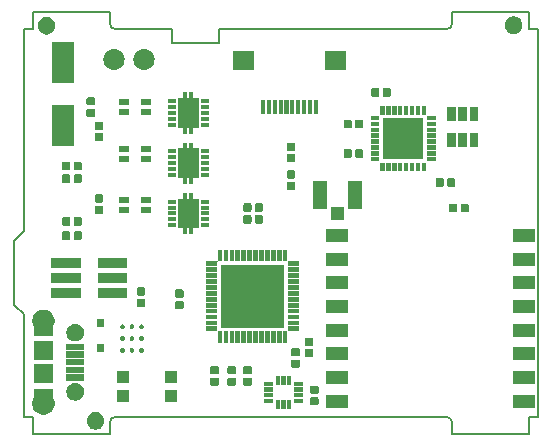
<source format=gbr>
%TF.GenerationSoftware,KiCad,Pcbnew,5.0.2-bee76a0~70~ubuntu18.04.1*%
%TF.CreationDate,2020-02-29T17:46:36-08:00*%
%TF.ProjectId,mainboard,6d61696e-626f-4617-9264-2e6b69636164,rev?*%
%TF.SameCoordinates,Original*%
%TF.FileFunction,Soldermask,Top*%
%TF.FilePolarity,Negative*%
%FSLAX46Y46*%
G04 Gerber Fmt 4.6, Leading zero omitted, Abs format (unit mm)*
G04 Created by KiCad (PCBNEW 5.0.2-bee76a0~70~ubuntu18.04.1) date Sat 29 Feb 2020 05:46:36 PM PST*
%MOMM*%
%LPD*%
G01*
G04 APERTURE LIST*
%ADD10C,0.150000*%
%ADD11C,0.100000*%
G04 APERTURE END LIST*
D10*
X120902460Y-74415942D02*
X120102459Y-74415941D01*
X85102460Y-74415941D02*
G75*
G02X84602460Y-73915941I0J500000D01*
G01*
X113602459Y-73915941D02*
G75*
G02X113102459Y-74415941I-500000J0D01*
G01*
X113102459Y-107215941D02*
G75*
G02X113602459Y-107715941I0J-500000D01*
G01*
X84602460Y-107715941D02*
G75*
G02X85102460Y-107215941I500000J0D01*
G01*
X77340460Y-91475941D02*
X76502460Y-92313941D01*
X77340460Y-98555940D02*
X76502460Y-97790000D01*
X120102460Y-72915941D02*
X113602460Y-72915941D01*
X113602459Y-107715941D02*
X113602460Y-108715941D01*
X85102460Y-107215941D02*
X113102459Y-107215941D01*
X84602460Y-108715941D02*
X84602460Y-107715941D01*
X113602460Y-108715941D02*
X120102459Y-108715940D01*
X113102459Y-74415941D02*
X93872460Y-74415941D01*
X113602460Y-72915941D02*
X113602459Y-73915941D01*
X78102460Y-72915941D02*
X78102460Y-74415941D01*
X93872460Y-74415941D02*
X93872460Y-75565000D01*
X93872460Y-75565000D02*
X89872460Y-75565000D01*
X78102460Y-74415941D02*
X77340460Y-74415941D01*
X77340460Y-74415941D02*
X77340460Y-91475941D01*
X120102460Y-107215940D02*
X120902460Y-107215940D01*
X120102459Y-74415941D02*
X120102460Y-72915941D01*
X89872460Y-75565000D02*
X89872460Y-74415941D01*
X84602460Y-72915941D02*
X78102460Y-72915941D01*
X84602460Y-73915941D02*
X84602460Y-72915941D01*
X89872460Y-74415941D02*
X85102460Y-74415941D01*
X76502460Y-92313941D02*
X76502460Y-97790000D01*
X120902460Y-107215940D02*
X120902460Y-74415942D01*
X78102460Y-107215940D02*
X78102460Y-108715940D01*
X120102459Y-108715940D02*
X120102460Y-107215940D01*
X77340460Y-98555940D02*
X77340460Y-107215940D01*
X78102460Y-108715940D02*
X84602460Y-108715941D01*
X77340460Y-107215940D02*
X78102460Y-107215940D01*
D11*
G36*
X83618767Y-106828822D02*
X83755258Y-106885359D01*
X83878097Y-106967437D01*
X83982563Y-107071903D01*
X84064641Y-107194742D01*
X84121178Y-107331233D01*
X84150000Y-107476131D01*
X84150000Y-107623869D01*
X84121178Y-107768767D01*
X84064641Y-107905258D01*
X83982563Y-108028097D01*
X83878097Y-108132563D01*
X83755258Y-108214641D01*
X83618767Y-108271178D01*
X83473869Y-108300000D01*
X83326131Y-108300000D01*
X83181233Y-108271178D01*
X83044742Y-108214641D01*
X82921903Y-108132563D01*
X82817437Y-108028097D01*
X82735359Y-107905258D01*
X82678822Y-107768767D01*
X82650000Y-107623869D01*
X82650000Y-107476131D01*
X82678822Y-107331233D01*
X82735359Y-107194742D01*
X82817437Y-107071903D01*
X82921903Y-106967437D01*
X83044742Y-106885359D01*
X83181233Y-106828822D01*
X83326131Y-106800000D01*
X83473869Y-106800000D01*
X83618767Y-106828822D01*
X83618767Y-106828822D01*
G37*
G36*
X79811300Y-105598733D02*
X79812251Y-105608390D01*
X79815068Y-105617676D01*
X79819639Y-105626228D01*
X79828293Y-105639180D01*
X79899831Y-105811887D01*
X79936300Y-105995232D01*
X79936300Y-106182168D01*
X79899831Y-106365513D01*
X79828293Y-106538220D01*
X79724437Y-106693652D01*
X79592252Y-106825837D01*
X79436820Y-106929693D01*
X79264113Y-107001231D01*
X79080768Y-107037700D01*
X78893832Y-107037700D01*
X78710487Y-107001231D01*
X78537780Y-106929693D01*
X78382348Y-106825837D01*
X78250163Y-106693652D01*
X78146307Y-106538220D01*
X78074769Y-106365513D01*
X78038300Y-106182168D01*
X78038300Y-105995232D01*
X78074769Y-105811887D01*
X78146307Y-105639180D01*
X78154961Y-105626228D01*
X78159532Y-105617676D01*
X78162349Y-105608390D01*
X78163300Y-105598733D01*
X78163300Y-104839700D01*
X79811300Y-104839700D01*
X79811300Y-105598733D01*
X79811300Y-105598733D01*
G37*
G36*
X99488000Y-106554500D02*
X99140000Y-106554500D01*
X99140000Y-105781500D01*
X99488000Y-105781500D01*
X99488000Y-106554500D01*
X99488000Y-106554500D01*
G37*
G36*
X99988000Y-106554500D02*
X99640000Y-106554500D01*
X99640000Y-105781500D01*
X99988000Y-105781500D01*
X99988000Y-106554500D01*
X99988000Y-106554500D01*
G37*
G36*
X98988000Y-106554500D02*
X98640000Y-106554500D01*
X98640000Y-105781500D01*
X98988000Y-105781500D01*
X98988000Y-106554500D01*
X98988000Y-106554500D01*
G37*
G36*
X120609000Y-106431200D02*
X118711000Y-106431200D01*
X118711000Y-105333200D01*
X120609000Y-105333200D01*
X120609000Y-106431200D01*
X120609000Y-106431200D01*
G37*
G36*
X104809000Y-106431200D02*
X102911000Y-106431200D01*
X102911000Y-105333200D01*
X104809000Y-105333200D01*
X104809000Y-106431200D01*
X104809000Y-106431200D01*
G37*
G36*
X102167933Y-105554064D02*
X102195508Y-105562430D01*
X102220922Y-105576014D01*
X102243202Y-105594298D01*
X102261486Y-105616578D01*
X102275070Y-105641992D01*
X102283436Y-105669567D01*
X102286500Y-105700684D01*
X102286500Y-106089316D01*
X102283436Y-106120433D01*
X102275070Y-106148008D01*
X102261486Y-106173422D01*
X102243202Y-106195702D01*
X102220922Y-106213986D01*
X102195508Y-106227570D01*
X102167933Y-106235936D01*
X102136816Y-106239000D01*
X101698184Y-106239000D01*
X101667067Y-106235936D01*
X101639492Y-106227570D01*
X101614078Y-106213986D01*
X101591798Y-106195702D01*
X101573514Y-106173422D01*
X101559930Y-106148008D01*
X101551564Y-106120433D01*
X101548500Y-106089316D01*
X101548500Y-105700684D01*
X101551564Y-105669567D01*
X101559930Y-105641992D01*
X101573514Y-105616578D01*
X101591798Y-105594298D01*
X101614078Y-105576014D01*
X101639492Y-105562430D01*
X101667067Y-105554064D01*
X101698184Y-105551000D01*
X102136816Y-105551000D01*
X102167933Y-105554064D01*
X102167933Y-105554064D01*
G37*
G36*
X98438500Y-106080000D02*
X97665500Y-106080000D01*
X97665500Y-105732000D01*
X98438500Y-105732000D01*
X98438500Y-106080000D01*
X98438500Y-106080000D01*
G37*
G36*
X100962500Y-106080000D02*
X100189500Y-106080000D01*
X100189500Y-105732000D01*
X100962500Y-105732000D01*
X100962500Y-106080000D01*
X100962500Y-106080000D01*
G37*
G36*
X86207800Y-105948800D02*
X85206200Y-105948800D01*
X85206200Y-104947200D01*
X86207800Y-104947200D01*
X86207800Y-105948800D01*
X86207800Y-105948800D01*
G37*
G36*
X90307800Y-105948800D02*
X89306200Y-105948800D01*
X89306200Y-104947200D01*
X90307800Y-104947200D01*
X90307800Y-105948800D01*
X90307800Y-105948800D01*
G37*
G36*
X81827321Y-104348800D02*
X81906943Y-104364638D01*
X81952621Y-104383559D01*
X82043979Y-104421400D01*
X82167309Y-104503807D01*
X82272193Y-104608691D01*
X82354600Y-104732021D01*
X82411362Y-104869058D01*
X82440300Y-105014536D01*
X82440300Y-105162864D01*
X82434393Y-105192558D01*
X82424164Y-105243986D01*
X82411362Y-105308342D01*
X82354600Y-105445379D01*
X82272193Y-105568709D01*
X82167309Y-105673593D01*
X82043979Y-105756000D01*
X81952621Y-105793841D01*
X81906943Y-105812762D01*
X81834203Y-105827231D01*
X81761464Y-105841700D01*
X81613136Y-105841700D01*
X81540397Y-105827231D01*
X81467657Y-105812762D01*
X81421979Y-105793841D01*
X81330621Y-105756000D01*
X81207291Y-105673593D01*
X81102407Y-105568709D01*
X81020000Y-105445379D01*
X80963238Y-105308342D01*
X80950437Y-105243986D01*
X80940207Y-105192558D01*
X80934300Y-105162864D01*
X80934300Y-105014536D01*
X80963238Y-104869058D01*
X81020000Y-104732021D01*
X81102407Y-104608691D01*
X81207291Y-104503807D01*
X81330621Y-104421400D01*
X81421979Y-104383559D01*
X81467657Y-104364638D01*
X81547279Y-104348800D01*
X81613136Y-104335700D01*
X81761464Y-104335700D01*
X81827321Y-104348800D01*
X81827321Y-104348800D01*
G37*
G36*
X100962500Y-105580000D02*
X100189500Y-105580000D01*
X100189500Y-105232000D01*
X100962500Y-105232000D01*
X100962500Y-105580000D01*
X100962500Y-105580000D01*
G37*
G36*
X98438500Y-105580000D02*
X97665500Y-105580000D01*
X97665500Y-105232000D01*
X98438500Y-105232000D01*
X98438500Y-105580000D01*
X98438500Y-105580000D01*
G37*
G36*
X102167933Y-104584064D02*
X102195508Y-104592430D01*
X102220922Y-104606014D01*
X102243202Y-104624298D01*
X102261486Y-104646578D01*
X102275070Y-104671992D01*
X102283436Y-104699567D01*
X102286500Y-104730684D01*
X102286500Y-105119316D01*
X102283436Y-105150433D01*
X102275070Y-105178008D01*
X102261486Y-105203422D01*
X102243202Y-105225702D01*
X102220922Y-105243986D01*
X102195508Y-105257570D01*
X102167933Y-105265936D01*
X102136816Y-105269000D01*
X101698184Y-105269000D01*
X101667067Y-105265936D01*
X101639492Y-105257570D01*
X101614078Y-105243986D01*
X101591798Y-105225702D01*
X101573514Y-105203422D01*
X101559930Y-105178008D01*
X101551564Y-105150433D01*
X101548500Y-105119316D01*
X101548500Y-104730684D01*
X101551564Y-104699567D01*
X101559930Y-104671992D01*
X101573514Y-104646578D01*
X101591798Y-104624298D01*
X101614078Y-104606014D01*
X101639492Y-104592430D01*
X101667067Y-104584064D01*
X101698184Y-104581000D01*
X102136816Y-104581000D01*
X102167933Y-104584064D01*
X102167933Y-104584064D01*
G37*
G36*
X100962500Y-105080000D02*
X100189500Y-105080000D01*
X100189500Y-104732000D01*
X100962500Y-104732000D01*
X100962500Y-105080000D01*
X100962500Y-105080000D01*
G37*
G36*
X98438500Y-105080000D02*
X97665500Y-105080000D01*
X97665500Y-104732000D01*
X98438500Y-104732000D01*
X98438500Y-105080000D01*
X98438500Y-105080000D01*
G37*
G36*
X93722433Y-103903064D02*
X93750008Y-103911430D01*
X93775422Y-103925014D01*
X93797702Y-103943298D01*
X93815986Y-103965578D01*
X93829570Y-103990992D01*
X93837936Y-104018567D01*
X93841000Y-104049684D01*
X93841000Y-104438316D01*
X93837936Y-104469433D01*
X93829570Y-104497008D01*
X93815986Y-104522422D01*
X93797702Y-104544702D01*
X93775422Y-104562986D01*
X93750008Y-104576570D01*
X93722433Y-104584936D01*
X93691316Y-104588000D01*
X93252684Y-104588000D01*
X93221567Y-104584936D01*
X93193992Y-104576570D01*
X93168578Y-104562986D01*
X93146298Y-104544702D01*
X93128014Y-104522422D01*
X93114430Y-104497008D01*
X93106064Y-104469433D01*
X93103000Y-104438316D01*
X93103000Y-104049684D01*
X93106064Y-104018567D01*
X93114430Y-103990992D01*
X93128014Y-103965578D01*
X93146298Y-103943298D01*
X93168578Y-103925014D01*
X93193992Y-103911430D01*
X93221567Y-103903064D01*
X93252684Y-103900000D01*
X93691316Y-103900000D01*
X93722433Y-103903064D01*
X93722433Y-103903064D01*
G37*
G36*
X96516433Y-103903064D02*
X96544008Y-103911430D01*
X96569422Y-103925014D01*
X96591702Y-103943298D01*
X96609986Y-103965578D01*
X96623570Y-103990992D01*
X96631936Y-104018567D01*
X96635000Y-104049684D01*
X96635000Y-104438316D01*
X96631936Y-104469433D01*
X96623570Y-104497008D01*
X96609986Y-104522422D01*
X96591702Y-104544702D01*
X96569422Y-104562986D01*
X96544008Y-104576570D01*
X96516433Y-104584936D01*
X96485316Y-104588000D01*
X96046684Y-104588000D01*
X96015567Y-104584936D01*
X95987992Y-104576570D01*
X95962578Y-104562986D01*
X95940298Y-104544702D01*
X95922014Y-104522422D01*
X95908430Y-104497008D01*
X95900064Y-104469433D01*
X95897000Y-104438316D01*
X95897000Y-104049684D01*
X95900064Y-104018567D01*
X95908430Y-103990992D01*
X95922014Y-103965578D01*
X95940298Y-103943298D01*
X95962578Y-103925014D01*
X95987992Y-103911430D01*
X96015567Y-103903064D01*
X96046684Y-103900000D01*
X96485316Y-103900000D01*
X96516433Y-103903064D01*
X96516433Y-103903064D01*
G37*
G36*
X95182933Y-103903064D02*
X95210508Y-103911430D01*
X95235922Y-103925014D01*
X95258202Y-103943298D01*
X95276486Y-103965578D01*
X95290070Y-103990992D01*
X95298436Y-104018567D01*
X95301500Y-104049684D01*
X95301500Y-104438316D01*
X95298436Y-104469433D01*
X95290070Y-104497008D01*
X95276486Y-104522422D01*
X95258202Y-104544702D01*
X95235922Y-104562986D01*
X95210508Y-104576570D01*
X95182933Y-104584936D01*
X95151816Y-104588000D01*
X94713184Y-104588000D01*
X94682067Y-104584936D01*
X94654492Y-104576570D01*
X94629078Y-104562986D01*
X94606798Y-104544702D01*
X94588514Y-104522422D01*
X94574930Y-104497008D01*
X94566564Y-104469433D01*
X94563500Y-104438316D01*
X94563500Y-104049684D01*
X94566564Y-104018567D01*
X94574930Y-103990992D01*
X94588514Y-103965578D01*
X94606798Y-103943298D01*
X94629078Y-103925014D01*
X94654492Y-103911430D01*
X94682067Y-103903064D01*
X94713184Y-103900000D01*
X95151816Y-103900000D01*
X95182933Y-103903064D01*
X95182933Y-103903064D01*
G37*
G36*
X98438500Y-104580000D02*
X97665500Y-104580000D01*
X97665500Y-104232000D01*
X98438500Y-104232000D01*
X98438500Y-104580000D01*
X98438500Y-104580000D01*
G37*
G36*
X100962500Y-104580000D02*
X100189500Y-104580000D01*
X100189500Y-104232000D01*
X100962500Y-104232000D01*
X100962500Y-104580000D01*
X100962500Y-104580000D01*
G37*
G36*
X98988000Y-104530500D02*
X98640000Y-104530500D01*
X98640000Y-103757500D01*
X98988000Y-103757500D01*
X98988000Y-104530500D01*
X98988000Y-104530500D01*
G37*
G36*
X99488000Y-104530500D02*
X99140000Y-104530500D01*
X99140000Y-103757500D01*
X99488000Y-103757500D01*
X99488000Y-104530500D01*
X99488000Y-104530500D01*
G37*
G36*
X99988000Y-104530500D02*
X99640000Y-104530500D01*
X99640000Y-103757500D01*
X99988000Y-103757500D01*
X99988000Y-104530500D01*
X99988000Y-104530500D01*
G37*
G36*
X104809000Y-104431200D02*
X102911000Y-104431200D01*
X102911000Y-103333200D01*
X104809000Y-103333200D01*
X104809000Y-104431200D01*
X104809000Y-104431200D01*
G37*
G36*
X120609000Y-104431200D02*
X118711000Y-104431200D01*
X118711000Y-103333200D01*
X120609000Y-103333200D01*
X120609000Y-104431200D01*
X120609000Y-104431200D01*
G37*
G36*
X79811300Y-104387700D02*
X78163300Y-104387700D01*
X78163300Y-102789700D01*
X79811300Y-102789700D01*
X79811300Y-104387700D01*
X79811300Y-104387700D01*
G37*
G36*
X86207800Y-104348800D02*
X85206200Y-104348800D01*
X85206200Y-103347200D01*
X86207800Y-103347200D01*
X86207800Y-104348800D01*
X86207800Y-104348800D01*
G37*
G36*
X90307800Y-104348800D02*
X89306200Y-104348800D01*
X89306200Y-103347200D01*
X90307800Y-103347200D01*
X90307800Y-104348800D01*
X90307800Y-104348800D01*
G37*
G36*
X82386300Y-104162700D02*
X80938300Y-104162700D01*
X80938300Y-103614700D01*
X82386300Y-103614700D01*
X82386300Y-104162700D01*
X82386300Y-104162700D01*
G37*
G36*
X96516433Y-102933064D02*
X96544008Y-102941430D01*
X96569422Y-102955014D01*
X96591702Y-102973298D01*
X96609986Y-102995578D01*
X96623570Y-103020992D01*
X96631936Y-103048567D01*
X96635000Y-103079684D01*
X96635000Y-103468316D01*
X96631936Y-103499433D01*
X96623570Y-103527008D01*
X96609986Y-103552422D01*
X96591702Y-103574702D01*
X96569422Y-103592986D01*
X96544008Y-103606570D01*
X96516433Y-103614936D01*
X96485316Y-103618000D01*
X96046684Y-103618000D01*
X96015567Y-103614936D01*
X95987992Y-103606570D01*
X95962578Y-103592986D01*
X95940298Y-103574702D01*
X95922014Y-103552422D01*
X95908430Y-103527008D01*
X95900064Y-103499433D01*
X95897000Y-103468316D01*
X95897000Y-103079684D01*
X95900064Y-103048567D01*
X95908430Y-103020992D01*
X95922014Y-102995578D01*
X95940298Y-102973298D01*
X95962578Y-102955014D01*
X95987992Y-102941430D01*
X96015567Y-102933064D01*
X96046684Y-102930000D01*
X96485316Y-102930000D01*
X96516433Y-102933064D01*
X96516433Y-102933064D01*
G37*
G36*
X95182933Y-102933064D02*
X95210508Y-102941430D01*
X95235922Y-102955014D01*
X95258202Y-102973298D01*
X95276486Y-102995578D01*
X95290070Y-103020992D01*
X95298436Y-103048567D01*
X95301500Y-103079684D01*
X95301500Y-103468316D01*
X95298436Y-103499433D01*
X95290070Y-103527008D01*
X95276486Y-103552422D01*
X95258202Y-103574702D01*
X95235922Y-103592986D01*
X95210508Y-103606570D01*
X95182933Y-103614936D01*
X95151816Y-103618000D01*
X94713184Y-103618000D01*
X94682067Y-103614936D01*
X94654492Y-103606570D01*
X94629078Y-103592986D01*
X94606798Y-103574702D01*
X94588514Y-103552422D01*
X94574930Y-103527008D01*
X94566564Y-103499433D01*
X94563500Y-103468316D01*
X94563500Y-103079684D01*
X94566564Y-103048567D01*
X94574930Y-103020992D01*
X94588514Y-102995578D01*
X94606798Y-102973298D01*
X94629078Y-102955014D01*
X94654492Y-102941430D01*
X94682067Y-102933064D01*
X94713184Y-102930000D01*
X95151816Y-102930000D01*
X95182933Y-102933064D01*
X95182933Y-102933064D01*
G37*
G36*
X93722433Y-102933064D02*
X93750008Y-102941430D01*
X93775422Y-102955014D01*
X93797702Y-102973298D01*
X93815986Y-102995578D01*
X93829570Y-103020992D01*
X93837936Y-103048567D01*
X93841000Y-103079684D01*
X93841000Y-103468316D01*
X93837936Y-103499433D01*
X93829570Y-103527008D01*
X93815986Y-103552422D01*
X93797702Y-103574702D01*
X93775422Y-103592986D01*
X93750008Y-103606570D01*
X93722433Y-103614936D01*
X93691316Y-103618000D01*
X93252684Y-103618000D01*
X93221567Y-103614936D01*
X93193992Y-103606570D01*
X93168578Y-103592986D01*
X93146298Y-103574702D01*
X93128014Y-103552422D01*
X93114430Y-103527008D01*
X93106064Y-103499433D01*
X93103000Y-103468316D01*
X93103000Y-103079684D01*
X93106064Y-103048567D01*
X93114430Y-103020992D01*
X93128014Y-102995578D01*
X93146298Y-102973298D01*
X93168578Y-102955014D01*
X93193992Y-102941430D01*
X93221567Y-102933064D01*
X93252684Y-102930000D01*
X93691316Y-102930000D01*
X93722433Y-102933064D01*
X93722433Y-102933064D01*
G37*
G36*
X82386300Y-103512700D02*
X80938300Y-103512700D01*
X80938300Y-102964700D01*
X82386300Y-102964700D01*
X82386300Y-103512700D01*
X82386300Y-103512700D01*
G37*
G36*
X100580433Y-102379064D02*
X100608008Y-102387430D01*
X100633422Y-102401014D01*
X100655702Y-102419298D01*
X100673986Y-102441578D01*
X100687570Y-102466992D01*
X100695936Y-102494567D01*
X100699000Y-102525684D01*
X100699000Y-102914316D01*
X100695936Y-102945433D01*
X100687570Y-102973008D01*
X100673986Y-102998422D01*
X100655702Y-103020702D01*
X100633422Y-103038986D01*
X100608008Y-103052570D01*
X100580433Y-103060936D01*
X100549316Y-103064000D01*
X100110684Y-103064000D01*
X100079567Y-103060936D01*
X100051992Y-103052570D01*
X100026578Y-103038986D01*
X100004298Y-103020702D01*
X99986014Y-102998422D01*
X99972430Y-102973008D01*
X99964064Y-102945433D01*
X99961000Y-102914316D01*
X99961000Y-102525684D01*
X99964064Y-102494567D01*
X99972430Y-102466992D01*
X99986014Y-102441578D01*
X100004298Y-102419298D01*
X100026578Y-102401014D01*
X100051992Y-102387430D01*
X100079567Y-102379064D01*
X100110684Y-102376000D01*
X100549316Y-102376000D01*
X100580433Y-102379064D01*
X100580433Y-102379064D01*
G37*
G36*
X82386300Y-102862700D02*
X80938300Y-102862700D01*
X80938300Y-102314700D01*
X82386300Y-102314700D01*
X82386300Y-102862700D01*
X82386300Y-102862700D01*
G37*
G36*
X104809000Y-102431200D02*
X102911000Y-102431200D01*
X102911000Y-101333200D01*
X104809000Y-101333200D01*
X104809000Y-102431200D01*
X104809000Y-102431200D01*
G37*
G36*
X120609000Y-102431200D02*
X118711000Y-102431200D01*
X118711000Y-101333200D01*
X120609000Y-101333200D01*
X120609000Y-102431200D01*
X120609000Y-102431200D01*
G37*
G36*
X79811300Y-102387700D02*
X78163300Y-102387700D01*
X78163300Y-100789700D01*
X79811300Y-100789700D01*
X79811300Y-102387700D01*
X79811300Y-102387700D01*
G37*
G36*
X82386300Y-102212700D02*
X80938300Y-102212700D01*
X80938300Y-101664700D01*
X82386300Y-101664700D01*
X82386300Y-102212700D01*
X82386300Y-102212700D01*
G37*
G36*
X101723433Y-101490064D02*
X101751008Y-101498430D01*
X101776422Y-101512014D01*
X101798702Y-101530298D01*
X101816986Y-101552578D01*
X101830570Y-101577992D01*
X101838936Y-101605567D01*
X101842000Y-101636684D01*
X101842000Y-102025316D01*
X101838936Y-102056433D01*
X101830570Y-102084008D01*
X101816986Y-102109422D01*
X101798702Y-102131702D01*
X101776422Y-102149986D01*
X101751008Y-102163570D01*
X101723433Y-102171936D01*
X101692316Y-102175000D01*
X101253684Y-102175000D01*
X101222567Y-102171936D01*
X101194992Y-102163570D01*
X101169578Y-102149986D01*
X101147298Y-102131702D01*
X101129014Y-102109422D01*
X101115430Y-102084008D01*
X101107064Y-102056433D01*
X101104000Y-102025316D01*
X101104000Y-101636684D01*
X101107064Y-101605567D01*
X101115430Y-101577992D01*
X101129014Y-101552578D01*
X101147298Y-101530298D01*
X101169578Y-101512014D01*
X101194992Y-101498430D01*
X101222567Y-101490064D01*
X101253684Y-101487000D01*
X101692316Y-101487000D01*
X101723433Y-101490064D01*
X101723433Y-101490064D01*
G37*
G36*
X100580433Y-101409064D02*
X100608008Y-101417430D01*
X100633422Y-101431014D01*
X100655702Y-101449298D01*
X100673986Y-101471578D01*
X100687570Y-101496992D01*
X100695936Y-101524567D01*
X100699000Y-101555684D01*
X100699000Y-101944316D01*
X100695936Y-101975433D01*
X100687570Y-102003008D01*
X100673986Y-102028422D01*
X100655702Y-102050702D01*
X100633422Y-102068986D01*
X100608008Y-102082570D01*
X100580433Y-102090936D01*
X100549316Y-102094000D01*
X100110684Y-102094000D01*
X100079567Y-102090936D01*
X100051992Y-102082570D01*
X100026578Y-102068986D01*
X100004298Y-102050702D01*
X99986014Y-102028422D01*
X99972430Y-102003008D01*
X99964064Y-101975433D01*
X99961000Y-101944316D01*
X99961000Y-101555684D01*
X99964064Y-101524567D01*
X99972430Y-101496992D01*
X99986014Y-101471578D01*
X100004298Y-101449298D01*
X100026578Y-101431014D01*
X100051992Y-101417430D01*
X100079567Y-101409064D01*
X100110684Y-101406000D01*
X100549316Y-101406000D01*
X100580433Y-101409064D01*
X100580433Y-101409064D01*
G37*
G36*
X87345569Y-101390915D02*
X87382112Y-101406052D01*
X87415000Y-101428027D01*
X87442969Y-101455996D01*
X87464944Y-101488884D01*
X87480081Y-101525427D01*
X87487797Y-101564221D01*
X87487797Y-101603775D01*
X87480081Y-101642569D01*
X87464944Y-101679112D01*
X87442969Y-101712000D01*
X87415000Y-101739969D01*
X87382112Y-101761944D01*
X87345569Y-101777081D01*
X87306775Y-101784797D01*
X87267221Y-101784797D01*
X87228427Y-101777081D01*
X87191884Y-101761944D01*
X87158996Y-101739969D01*
X87131027Y-101712000D01*
X87109052Y-101679112D01*
X87093915Y-101642569D01*
X87086199Y-101603775D01*
X87086199Y-101564221D01*
X87093915Y-101525427D01*
X87109052Y-101488884D01*
X87131027Y-101455996D01*
X87158996Y-101428027D01*
X87191884Y-101406052D01*
X87228427Y-101390915D01*
X87267221Y-101383199D01*
X87306775Y-101383199D01*
X87345569Y-101390915D01*
X87345569Y-101390915D01*
G37*
G36*
X86545568Y-101390915D02*
X86582111Y-101406052D01*
X86614999Y-101428027D01*
X86642968Y-101455996D01*
X86664943Y-101488884D01*
X86680080Y-101525427D01*
X86687796Y-101564221D01*
X86687796Y-101603775D01*
X86680080Y-101642569D01*
X86664943Y-101679112D01*
X86642968Y-101712000D01*
X86614999Y-101739969D01*
X86582111Y-101761944D01*
X86545568Y-101777081D01*
X86506774Y-101784797D01*
X86467220Y-101784797D01*
X86428426Y-101777081D01*
X86391883Y-101761944D01*
X86358995Y-101739969D01*
X86331026Y-101712000D01*
X86309051Y-101679112D01*
X86293914Y-101642569D01*
X86286198Y-101603775D01*
X86286198Y-101564221D01*
X86293914Y-101525427D01*
X86309051Y-101488884D01*
X86331026Y-101455996D01*
X86358995Y-101428027D01*
X86391883Y-101406052D01*
X86428426Y-101390915D01*
X86467220Y-101383199D01*
X86506774Y-101383199D01*
X86545568Y-101390915D01*
X86545568Y-101390915D01*
G37*
G36*
X85745570Y-101390915D02*
X85782113Y-101406052D01*
X85815001Y-101428027D01*
X85842970Y-101455996D01*
X85864945Y-101488884D01*
X85880082Y-101525427D01*
X85887798Y-101564221D01*
X85887798Y-101603775D01*
X85880082Y-101642569D01*
X85864945Y-101679112D01*
X85842970Y-101712000D01*
X85815001Y-101739969D01*
X85782113Y-101761944D01*
X85745570Y-101777081D01*
X85706776Y-101784797D01*
X85667222Y-101784797D01*
X85628428Y-101777081D01*
X85591885Y-101761944D01*
X85558997Y-101739969D01*
X85531028Y-101712000D01*
X85509053Y-101679112D01*
X85493916Y-101642569D01*
X85486200Y-101603775D01*
X85486200Y-101564221D01*
X85493916Y-101525427D01*
X85509053Y-101488884D01*
X85531028Y-101455996D01*
X85558997Y-101428027D01*
X85591885Y-101406052D01*
X85628428Y-101390915D01*
X85667222Y-101383199D01*
X85706776Y-101383199D01*
X85745570Y-101390915D01*
X85745570Y-101390915D01*
G37*
G36*
X84094000Y-101729000D02*
X83546000Y-101729000D01*
X83546000Y-101031000D01*
X84094000Y-101031000D01*
X84094000Y-101729000D01*
X84094000Y-101729000D01*
G37*
G36*
X82386300Y-101562700D02*
X80938300Y-101562700D01*
X80938300Y-101014700D01*
X82386300Y-101014700D01*
X82386300Y-101562700D01*
X82386300Y-101562700D01*
G37*
G36*
X101723433Y-100520064D02*
X101751008Y-100528430D01*
X101776422Y-100542014D01*
X101798702Y-100560298D01*
X101816986Y-100582578D01*
X101830570Y-100607992D01*
X101838936Y-100635567D01*
X101842000Y-100666684D01*
X101842000Y-101055316D01*
X101838936Y-101086433D01*
X101830570Y-101114008D01*
X101816986Y-101139422D01*
X101798702Y-101161702D01*
X101776422Y-101179986D01*
X101751008Y-101193570D01*
X101723433Y-101201936D01*
X101692316Y-101205000D01*
X101253684Y-101205000D01*
X101222567Y-101201936D01*
X101194992Y-101193570D01*
X101169578Y-101179986D01*
X101147298Y-101161702D01*
X101129014Y-101139422D01*
X101115430Y-101114008D01*
X101107064Y-101086433D01*
X101104000Y-101055316D01*
X101104000Y-100666684D01*
X101107064Y-100635567D01*
X101115430Y-100607992D01*
X101129014Y-100582578D01*
X101147298Y-100560298D01*
X101169578Y-100542014D01*
X101194992Y-100528430D01*
X101222567Y-100520064D01*
X101253684Y-100517000D01*
X101692316Y-100517000D01*
X101723433Y-100520064D01*
X101723433Y-100520064D01*
G37*
G36*
X94646800Y-100939300D02*
X94248800Y-100939300D01*
X94248800Y-99991300D01*
X94646800Y-99991300D01*
X94646800Y-100939300D01*
X94646800Y-100939300D01*
G37*
G36*
X97646800Y-100939300D02*
X97248800Y-100939300D01*
X97248800Y-99991300D01*
X97646800Y-99991300D01*
X97646800Y-100939300D01*
X97646800Y-100939300D01*
G37*
G36*
X95646800Y-100939300D02*
X95248800Y-100939300D01*
X95248800Y-99991300D01*
X95646800Y-99991300D01*
X95646800Y-100939300D01*
X95646800Y-100939300D01*
G37*
G36*
X96146800Y-100939300D02*
X95748800Y-100939300D01*
X95748800Y-99991300D01*
X96146800Y-99991300D01*
X96146800Y-100939300D01*
X96146800Y-100939300D01*
G37*
G36*
X100621800Y-99964300D02*
X99696300Y-99964300D01*
X99686643Y-99965251D01*
X99677357Y-99968068D01*
X99668799Y-99972642D01*
X99661298Y-99978798D01*
X99655142Y-99986299D01*
X99650568Y-99994857D01*
X99647751Y-100004143D01*
X99646800Y-100013800D01*
X99646800Y-100939300D01*
X99248800Y-100939300D01*
X99248800Y-99991300D01*
X99624300Y-99991300D01*
X99633957Y-99990349D01*
X99643243Y-99987532D01*
X99651801Y-99982958D01*
X99659302Y-99976802D01*
X99665458Y-99969301D01*
X99670032Y-99960743D01*
X99672849Y-99951457D01*
X99673800Y-99941800D01*
X99673800Y-99566300D01*
X100621800Y-99566300D01*
X100621800Y-99964300D01*
X100621800Y-99964300D01*
G37*
G36*
X99146800Y-100939300D02*
X98748800Y-100939300D01*
X98748800Y-99991300D01*
X99146800Y-99991300D01*
X99146800Y-100939300D01*
X99146800Y-100939300D01*
G37*
G36*
X98646800Y-100939300D02*
X98248800Y-100939300D01*
X98248800Y-99991300D01*
X98646800Y-99991300D01*
X98646800Y-100939300D01*
X98646800Y-100939300D01*
G37*
G36*
X98146800Y-100939300D02*
X97748800Y-100939300D01*
X97748800Y-99991300D01*
X98146800Y-99991300D01*
X98146800Y-100939300D01*
X98146800Y-100939300D01*
G37*
G36*
X97146800Y-100939300D02*
X96748800Y-100939300D01*
X96748800Y-99991300D01*
X97146800Y-99991300D01*
X97146800Y-100939300D01*
X97146800Y-100939300D01*
G37*
G36*
X93721800Y-99941800D02*
X93722751Y-99951457D01*
X93725568Y-99960743D01*
X93730142Y-99969301D01*
X93736298Y-99976802D01*
X93743799Y-99982958D01*
X93752357Y-99987532D01*
X93761643Y-99990349D01*
X93771300Y-99991300D01*
X94146800Y-99991300D01*
X94146800Y-100939300D01*
X93748800Y-100939300D01*
X93748800Y-100013800D01*
X93747849Y-100004143D01*
X93745032Y-99994857D01*
X93740458Y-99986299D01*
X93734302Y-99978798D01*
X93726801Y-99972642D01*
X93718243Y-99968068D01*
X93708957Y-99965251D01*
X93699300Y-99964300D01*
X92773800Y-99964300D01*
X92773800Y-99566300D01*
X93721800Y-99566300D01*
X93721800Y-99941800D01*
X93721800Y-99941800D01*
G37*
G36*
X95146800Y-100939300D02*
X94748800Y-100939300D01*
X94748800Y-99991300D01*
X95146800Y-99991300D01*
X95146800Y-100939300D01*
X95146800Y-100939300D01*
G37*
G36*
X96646800Y-100939300D02*
X96248800Y-100939300D01*
X96248800Y-99991300D01*
X96646800Y-99991300D01*
X96646800Y-100939300D01*
X96646800Y-100939300D01*
G37*
G36*
X81834203Y-99350169D02*
X81906943Y-99364638D01*
X81951755Y-99383200D01*
X82043979Y-99421400D01*
X82167309Y-99503807D01*
X82272193Y-99608691D01*
X82354600Y-99732021D01*
X82411362Y-99869058D01*
X82440300Y-100014536D01*
X82440300Y-100162864D01*
X82411362Y-100308342D01*
X82354600Y-100445379D01*
X82272193Y-100568709D01*
X82167309Y-100673593D01*
X82043979Y-100756000D01*
X81974451Y-100784799D01*
X81906943Y-100812762D01*
X81834203Y-100827231D01*
X81761464Y-100841700D01*
X81613136Y-100841700D01*
X81540397Y-100827231D01*
X81467657Y-100812762D01*
X81400149Y-100784799D01*
X81330621Y-100756000D01*
X81207291Y-100673593D01*
X81102407Y-100568709D01*
X81020000Y-100445379D01*
X80963238Y-100308342D01*
X80934300Y-100162864D01*
X80934300Y-100014536D01*
X80963238Y-99869058D01*
X81020000Y-99732021D01*
X81102407Y-99608691D01*
X81207291Y-99503807D01*
X81330621Y-99421400D01*
X81422845Y-99383200D01*
X81467657Y-99364638D01*
X81540397Y-99350169D01*
X81613136Y-99335700D01*
X81761464Y-99335700D01*
X81834203Y-99350169D01*
X81834203Y-99350169D01*
G37*
G36*
X87345569Y-100390917D02*
X87382112Y-100406054D01*
X87415000Y-100428029D01*
X87442969Y-100455998D01*
X87464944Y-100488886D01*
X87480081Y-100525429D01*
X87487797Y-100564223D01*
X87487797Y-100603777D01*
X87480081Y-100642571D01*
X87464944Y-100679114D01*
X87442969Y-100712002D01*
X87415000Y-100739971D01*
X87382112Y-100761946D01*
X87345569Y-100777083D01*
X87306775Y-100784799D01*
X87267221Y-100784799D01*
X87228427Y-100777083D01*
X87191884Y-100761946D01*
X87158996Y-100739971D01*
X87131027Y-100712002D01*
X87109052Y-100679114D01*
X87093915Y-100642571D01*
X87086199Y-100603777D01*
X87086199Y-100564223D01*
X87093915Y-100525429D01*
X87109052Y-100488886D01*
X87131027Y-100455998D01*
X87158996Y-100428029D01*
X87191884Y-100406054D01*
X87228427Y-100390917D01*
X87267221Y-100383201D01*
X87306775Y-100383201D01*
X87345569Y-100390917D01*
X87345569Y-100390917D01*
G37*
G36*
X85745570Y-100390917D02*
X85782113Y-100406054D01*
X85815001Y-100428029D01*
X85842970Y-100455998D01*
X85864945Y-100488886D01*
X85880082Y-100525429D01*
X85887798Y-100564223D01*
X85887798Y-100603777D01*
X85880082Y-100642571D01*
X85864945Y-100679114D01*
X85842970Y-100712002D01*
X85815001Y-100739971D01*
X85782113Y-100761946D01*
X85745570Y-100777083D01*
X85706776Y-100784799D01*
X85667222Y-100784799D01*
X85628428Y-100777083D01*
X85591885Y-100761946D01*
X85558997Y-100739971D01*
X85531028Y-100712002D01*
X85509053Y-100679114D01*
X85493916Y-100642571D01*
X85486200Y-100603777D01*
X85486200Y-100564223D01*
X85493916Y-100525429D01*
X85509053Y-100488886D01*
X85531028Y-100455998D01*
X85558997Y-100428029D01*
X85591885Y-100406054D01*
X85628428Y-100390917D01*
X85667222Y-100383201D01*
X85706776Y-100383201D01*
X85745570Y-100390917D01*
X85745570Y-100390917D01*
G37*
G36*
X86545571Y-100390917D02*
X86582114Y-100406054D01*
X86615002Y-100428029D01*
X86642971Y-100455998D01*
X86664946Y-100488886D01*
X86680083Y-100525429D01*
X86687799Y-100564223D01*
X86687799Y-100603777D01*
X86680083Y-100642571D01*
X86664946Y-100679114D01*
X86642971Y-100712002D01*
X86615002Y-100739971D01*
X86582114Y-100761946D01*
X86545571Y-100777083D01*
X86506777Y-100784799D01*
X86467223Y-100784799D01*
X86428429Y-100777083D01*
X86391886Y-100761946D01*
X86358998Y-100739971D01*
X86331029Y-100712002D01*
X86309054Y-100679114D01*
X86293917Y-100642571D01*
X86286201Y-100603777D01*
X86286201Y-100564223D01*
X86293917Y-100525429D01*
X86309054Y-100488886D01*
X86331029Y-100455998D01*
X86358998Y-100428029D01*
X86391886Y-100406054D01*
X86428429Y-100390917D01*
X86467223Y-100383201D01*
X86506777Y-100383201D01*
X86545571Y-100390917D01*
X86545571Y-100390917D01*
G37*
G36*
X120609000Y-100431200D02*
X118711000Y-100431200D01*
X118711000Y-99333200D01*
X120609000Y-99333200D01*
X120609000Y-100431200D01*
X120609000Y-100431200D01*
G37*
G36*
X104809000Y-100431200D02*
X102911000Y-100431200D01*
X102911000Y-99333200D01*
X104809000Y-99333200D01*
X104809000Y-100431200D01*
X104809000Y-100431200D01*
G37*
G36*
X79264113Y-98176169D02*
X79436820Y-98247707D01*
X79592252Y-98351563D01*
X79724437Y-98483748D01*
X79828293Y-98639180D01*
X79899831Y-98811887D01*
X79936300Y-98995232D01*
X79936300Y-99182168D01*
X79899831Y-99365513D01*
X79828293Y-99538220D01*
X79819639Y-99551172D01*
X79815068Y-99559724D01*
X79812251Y-99569010D01*
X79811300Y-99578667D01*
X79811300Y-100337700D01*
X78163300Y-100337700D01*
X78163300Y-99578667D01*
X78162349Y-99569010D01*
X78159532Y-99559724D01*
X78154961Y-99551172D01*
X78146307Y-99538220D01*
X78074769Y-99365513D01*
X78038300Y-99182168D01*
X78038300Y-98995232D01*
X78074769Y-98811887D01*
X78146307Y-98639180D01*
X78250163Y-98483748D01*
X78382348Y-98351563D01*
X78537780Y-98247707D01*
X78710487Y-98176169D01*
X78893832Y-98139700D01*
X79080768Y-98139700D01*
X79264113Y-98176169D01*
X79264113Y-98176169D01*
G37*
G36*
X86545568Y-99390916D02*
X86582111Y-99406053D01*
X86614999Y-99428028D01*
X86642968Y-99455997D01*
X86664943Y-99488885D01*
X86680080Y-99525428D01*
X86687796Y-99564222D01*
X86687796Y-99603776D01*
X86680080Y-99642570D01*
X86664943Y-99679113D01*
X86642968Y-99712001D01*
X86614999Y-99739970D01*
X86582111Y-99761945D01*
X86545568Y-99777082D01*
X86506774Y-99784798D01*
X86467220Y-99784798D01*
X86428426Y-99777082D01*
X86391883Y-99761945D01*
X86358995Y-99739970D01*
X86331026Y-99712001D01*
X86309051Y-99679113D01*
X86293914Y-99642570D01*
X86286198Y-99603776D01*
X86286198Y-99564222D01*
X86293914Y-99525428D01*
X86309051Y-99488885D01*
X86331026Y-99455997D01*
X86358995Y-99428028D01*
X86391883Y-99406053D01*
X86428426Y-99390916D01*
X86467220Y-99383200D01*
X86506774Y-99383200D01*
X86545568Y-99390916D01*
X86545568Y-99390916D01*
G37*
G36*
X85745570Y-99390916D02*
X85782113Y-99406053D01*
X85815001Y-99428028D01*
X85842970Y-99455997D01*
X85864945Y-99488885D01*
X85880082Y-99525428D01*
X85887798Y-99564222D01*
X85887798Y-99603776D01*
X85880082Y-99642570D01*
X85864945Y-99679113D01*
X85842970Y-99712001D01*
X85815001Y-99739970D01*
X85782113Y-99761945D01*
X85745570Y-99777082D01*
X85706776Y-99784798D01*
X85667222Y-99784798D01*
X85628428Y-99777082D01*
X85591885Y-99761945D01*
X85558997Y-99739970D01*
X85531028Y-99712001D01*
X85509053Y-99679113D01*
X85493916Y-99642570D01*
X85486200Y-99603776D01*
X85486200Y-99564222D01*
X85493916Y-99525428D01*
X85509053Y-99488885D01*
X85531028Y-99455997D01*
X85558997Y-99428028D01*
X85591885Y-99406053D01*
X85628428Y-99390916D01*
X85667222Y-99383200D01*
X85706776Y-99383200D01*
X85745570Y-99390916D01*
X85745570Y-99390916D01*
G37*
G36*
X87345569Y-99390916D02*
X87382112Y-99406053D01*
X87415000Y-99428028D01*
X87442969Y-99455997D01*
X87464944Y-99488885D01*
X87480081Y-99525428D01*
X87487797Y-99564222D01*
X87487797Y-99603776D01*
X87480081Y-99642570D01*
X87464944Y-99679113D01*
X87442969Y-99712001D01*
X87415000Y-99739970D01*
X87382112Y-99761945D01*
X87345569Y-99777082D01*
X87306775Y-99784798D01*
X87267221Y-99784798D01*
X87228427Y-99777082D01*
X87191884Y-99761945D01*
X87158996Y-99739970D01*
X87131027Y-99712001D01*
X87109052Y-99679113D01*
X87093915Y-99642570D01*
X87086199Y-99603776D01*
X87086199Y-99564222D01*
X87093915Y-99525428D01*
X87109052Y-99488885D01*
X87131027Y-99455997D01*
X87158996Y-99428028D01*
X87191884Y-99406053D01*
X87228427Y-99390916D01*
X87267221Y-99383200D01*
X87306775Y-99383200D01*
X87345569Y-99390916D01*
X87345569Y-99390916D01*
G37*
G36*
X99371800Y-99689300D02*
X94023800Y-99689300D01*
X94023800Y-94341300D01*
X99371800Y-94341300D01*
X99371800Y-99689300D01*
X99371800Y-99689300D01*
G37*
G36*
X84094000Y-99629000D02*
X83546000Y-99629000D01*
X83546000Y-98931000D01*
X84094000Y-98931000D01*
X84094000Y-99629000D01*
X84094000Y-99629000D01*
G37*
G36*
X100621800Y-99464300D02*
X99673800Y-99464300D01*
X99673800Y-99066300D01*
X100621800Y-99066300D01*
X100621800Y-99464300D01*
X100621800Y-99464300D01*
G37*
G36*
X93721800Y-99464300D02*
X92773800Y-99464300D01*
X92773800Y-99066300D01*
X93721800Y-99066300D01*
X93721800Y-99464300D01*
X93721800Y-99464300D01*
G37*
G36*
X93721800Y-98964300D02*
X92773800Y-98964300D01*
X92773800Y-98566300D01*
X93721800Y-98566300D01*
X93721800Y-98964300D01*
X93721800Y-98964300D01*
G37*
G36*
X100621800Y-98964300D02*
X99673800Y-98964300D01*
X99673800Y-98566300D01*
X100621800Y-98566300D01*
X100621800Y-98964300D01*
X100621800Y-98964300D01*
G37*
G36*
X100621800Y-98464300D02*
X99673800Y-98464300D01*
X99673800Y-98066300D01*
X100621800Y-98066300D01*
X100621800Y-98464300D01*
X100621800Y-98464300D01*
G37*
G36*
X93721800Y-98464300D02*
X92773800Y-98464300D01*
X92773800Y-98066300D01*
X93721800Y-98066300D01*
X93721800Y-98464300D01*
X93721800Y-98464300D01*
G37*
G36*
X104809000Y-98431200D02*
X102911000Y-98431200D01*
X102911000Y-97333200D01*
X104809000Y-97333200D01*
X104809000Y-98431200D01*
X104809000Y-98431200D01*
G37*
G36*
X120609000Y-98431200D02*
X118711000Y-98431200D01*
X118711000Y-97333200D01*
X120609000Y-97333200D01*
X120609000Y-98431200D01*
X120609000Y-98431200D01*
G37*
G36*
X90750433Y-97409064D02*
X90778008Y-97417430D01*
X90803422Y-97431014D01*
X90825702Y-97449298D01*
X90843986Y-97471578D01*
X90857570Y-97496992D01*
X90865936Y-97524567D01*
X90869000Y-97555684D01*
X90869000Y-97944316D01*
X90865936Y-97975433D01*
X90857570Y-98003008D01*
X90843986Y-98028422D01*
X90825702Y-98050702D01*
X90803422Y-98068986D01*
X90778008Y-98082570D01*
X90750433Y-98090936D01*
X90719316Y-98094000D01*
X90280684Y-98094000D01*
X90249567Y-98090936D01*
X90221992Y-98082570D01*
X90196578Y-98068986D01*
X90174298Y-98050702D01*
X90156014Y-98028422D01*
X90142430Y-98003008D01*
X90134064Y-97975433D01*
X90131000Y-97944316D01*
X90131000Y-97555684D01*
X90134064Y-97524567D01*
X90142430Y-97496992D01*
X90156014Y-97471578D01*
X90174298Y-97449298D01*
X90196578Y-97431014D01*
X90221992Y-97417430D01*
X90249567Y-97409064D01*
X90280684Y-97406000D01*
X90719316Y-97406000D01*
X90750433Y-97409064D01*
X90750433Y-97409064D01*
G37*
G36*
X93721800Y-97964300D02*
X92773800Y-97964300D01*
X92773800Y-97566300D01*
X93721800Y-97566300D01*
X93721800Y-97964300D01*
X93721800Y-97964300D01*
G37*
G36*
X100621800Y-97964300D02*
X99673800Y-97964300D01*
X99673800Y-97566300D01*
X100621800Y-97566300D01*
X100621800Y-97964300D01*
X100621800Y-97964300D01*
G37*
G36*
X87499433Y-97235564D02*
X87527008Y-97243930D01*
X87552422Y-97257514D01*
X87574702Y-97275798D01*
X87592986Y-97298078D01*
X87606570Y-97323492D01*
X87614936Y-97351067D01*
X87618000Y-97382184D01*
X87618000Y-97770816D01*
X87614936Y-97801933D01*
X87606570Y-97829508D01*
X87592986Y-97854922D01*
X87574702Y-97877202D01*
X87552422Y-97895486D01*
X87527008Y-97909070D01*
X87499433Y-97917436D01*
X87468316Y-97920500D01*
X87029684Y-97920500D01*
X86998567Y-97917436D01*
X86970992Y-97909070D01*
X86945578Y-97895486D01*
X86923298Y-97877202D01*
X86905014Y-97854922D01*
X86891430Y-97829508D01*
X86883064Y-97801933D01*
X86880000Y-97770816D01*
X86880000Y-97382184D01*
X86883064Y-97351067D01*
X86891430Y-97323492D01*
X86905014Y-97298078D01*
X86923298Y-97275798D01*
X86945578Y-97257514D01*
X86970992Y-97243930D01*
X86998567Y-97235564D01*
X87029684Y-97232500D01*
X87468316Y-97232500D01*
X87499433Y-97235564D01*
X87499433Y-97235564D01*
G37*
G36*
X100621800Y-97464300D02*
X99673800Y-97464300D01*
X99673800Y-97066300D01*
X100621800Y-97066300D01*
X100621800Y-97464300D01*
X100621800Y-97464300D01*
G37*
G36*
X93721800Y-97464300D02*
X92773800Y-97464300D01*
X92773800Y-97066300D01*
X93721800Y-97066300D01*
X93721800Y-97464300D01*
X93721800Y-97464300D01*
G37*
G36*
X82166500Y-97129500D02*
X79668500Y-97129500D01*
X79668500Y-96291500D01*
X82166500Y-96291500D01*
X82166500Y-97129500D01*
X82166500Y-97129500D01*
G37*
G36*
X86066500Y-97129500D02*
X83568500Y-97129500D01*
X83568500Y-96291500D01*
X86066500Y-96291500D01*
X86066500Y-97129500D01*
X86066500Y-97129500D01*
G37*
G36*
X90750433Y-96439064D02*
X90778008Y-96447430D01*
X90803422Y-96461014D01*
X90825702Y-96479298D01*
X90843986Y-96501578D01*
X90857570Y-96526992D01*
X90865936Y-96554567D01*
X90869000Y-96585684D01*
X90869000Y-96974316D01*
X90865936Y-97005433D01*
X90857570Y-97033008D01*
X90843986Y-97058422D01*
X90825702Y-97080702D01*
X90803422Y-97098986D01*
X90778008Y-97112570D01*
X90750433Y-97120936D01*
X90719316Y-97124000D01*
X90280684Y-97124000D01*
X90249567Y-97120936D01*
X90221992Y-97112570D01*
X90196578Y-97098986D01*
X90174298Y-97080702D01*
X90156014Y-97058422D01*
X90142430Y-97033008D01*
X90134064Y-97005433D01*
X90131000Y-96974316D01*
X90131000Y-96585684D01*
X90134064Y-96554567D01*
X90142430Y-96526992D01*
X90156014Y-96501578D01*
X90174298Y-96479298D01*
X90196578Y-96461014D01*
X90221992Y-96447430D01*
X90249567Y-96439064D01*
X90280684Y-96436000D01*
X90719316Y-96436000D01*
X90750433Y-96439064D01*
X90750433Y-96439064D01*
G37*
G36*
X93721800Y-96964300D02*
X92773800Y-96964300D01*
X92773800Y-96566300D01*
X93721800Y-96566300D01*
X93721800Y-96964300D01*
X93721800Y-96964300D01*
G37*
G36*
X100621800Y-96964300D02*
X99673800Y-96964300D01*
X99673800Y-96566300D01*
X100621800Y-96566300D01*
X100621800Y-96964300D01*
X100621800Y-96964300D01*
G37*
G36*
X87499433Y-96265564D02*
X87527008Y-96273930D01*
X87552422Y-96287514D01*
X87574702Y-96305798D01*
X87592986Y-96328078D01*
X87606570Y-96353492D01*
X87614936Y-96381067D01*
X87618000Y-96412184D01*
X87618000Y-96800816D01*
X87614936Y-96831933D01*
X87606570Y-96859508D01*
X87592986Y-96884922D01*
X87574702Y-96907202D01*
X87552422Y-96925486D01*
X87527008Y-96939070D01*
X87499433Y-96947436D01*
X87468316Y-96950500D01*
X87029684Y-96950500D01*
X86998567Y-96947436D01*
X86970992Y-96939070D01*
X86945578Y-96925486D01*
X86923298Y-96907202D01*
X86905014Y-96884922D01*
X86891430Y-96859508D01*
X86883064Y-96831933D01*
X86880000Y-96800816D01*
X86880000Y-96412184D01*
X86883064Y-96381067D01*
X86891430Y-96353492D01*
X86905014Y-96328078D01*
X86923298Y-96305798D01*
X86945578Y-96287514D01*
X86970992Y-96273930D01*
X86998567Y-96265564D01*
X87029684Y-96262500D01*
X87468316Y-96262500D01*
X87499433Y-96265564D01*
X87499433Y-96265564D01*
G37*
G36*
X100621800Y-96464300D02*
X99673800Y-96464300D01*
X99673800Y-96066300D01*
X100621800Y-96066300D01*
X100621800Y-96464300D01*
X100621800Y-96464300D01*
G37*
G36*
X93721800Y-96464300D02*
X92773800Y-96464300D01*
X92773800Y-96066300D01*
X93721800Y-96066300D01*
X93721800Y-96464300D01*
X93721800Y-96464300D01*
G37*
G36*
X120609000Y-96431200D02*
X118711000Y-96431200D01*
X118711000Y-95333200D01*
X120609000Y-95333200D01*
X120609000Y-96431200D01*
X120609000Y-96431200D01*
G37*
G36*
X104809000Y-96431200D02*
X102911000Y-96431200D01*
X102911000Y-95333200D01*
X104809000Y-95333200D01*
X104809000Y-96431200D01*
X104809000Y-96431200D01*
G37*
G36*
X93721800Y-95964300D02*
X92773800Y-95964300D01*
X92773800Y-95566300D01*
X93721800Y-95566300D01*
X93721800Y-95964300D01*
X93721800Y-95964300D01*
G37*
G36*
X100621800Y-95964300D02*
X99673800Y-95964300D01*
X99673800Y-95566300D01*
X100621800Y-95566300D01*
X100621800Y-95964300D01*
X100621800Y-95964300D01*
G37*
G36*
X82166500Y-95859500D02*
X79668500Y-95859500D01*
X79668500Y-95021500D01*
X82166500Y-95021500D01*
X82166500Y-95859500D01*
X82166500Y-95859500D01*
G37*
G36*
X86066500Y-95859500D02*
X83568500Y-95859500D01*
X83568500Y-95021500D01*
X86066500Y-95021500D01*
X86066500Y-95859500D01*
X86066500Y-95859500D01*
G37*
G36*
X100621800Y-95464300D02*
X99673800Y-95464300D01*
X99673800Y-95066300D01*
X100621800Y-95066300D01*
X100621800Y-95464300D01*
X100621800Y-95464300D01*
G37*
G36*
X93721800Y-95464300D02*
X92773800Y-95464300D01*
X92773800Y-95066300D01*
X93721800Y-95066300D01*
X93721800Y-95464300D01*
X93721800Y-95464300D01*
G37*
G36*
X93721800Y-94964300D02*
X92773800Y-94964300D01*
X92773800Y-94566300D01*
X93721800Y-94566300D01*
X93721800Y-94964300D01*
X93721800Y-94964300D01*
G37*
G36*
X100621800Y-94964300D02*
X99673800Y-94964300D01*
X99673800Y-94566300D01*
X100621800Y-94566300D01*
X100621800Y-94964300D01*
X100621800Y-94964300D01*
G37*
G36*
X86066500Y-94589500D02*
X83568500Y-94589500D01*
X83568500Y-93751500D01*
X86066500Y-93751500D01*
X86066500Y-94589500D01*
X86066500Y-94589500D01*
G37*
G36*
X82166500Y-94589500D02*
X79668500Y-94589500D01*
X79668500Y-93751500D01*
X82166500Y-93751500D01*
X82166500Y-94589500D01*
X82166500Y-94589500D01*
G37*
G36*
X94146800Y-94039300D02*
X93771300Y-94039300D01*
X93761643Y-94040251D01*
X93752357Y-94043068D01*
X93743799Y-94047642D01*
X93736298Y-94053798D01*
X93730142Y-94061299D01*
X93725568Y-94069857D01*
X93722751Y-94079143D01*
X93721800Y-94088800D01*
X93721800Y-94464300D01*
X92773800Y-94464300D01*
X92773800Y-94066300D01*
X93699300Y-94066300D01*
X93708957Y-94065349D01*
X93718243Y-94062532D01*
X93726801Y-94057958D01*
X93734302Y-94051802D01*
X93740458Y-94044301D01*
X93745032Y-94035743D01*
X93747849Y-94026457D01*
X93748800Y-94016800D01*
X93748800Y-93091300D01*
X94146800Y-93091300D01*
X94146800Y-94039300D01*
X94146800Y-94039300D01*
G37*
G36*
X99646800Y-94016800D02*
X99647751Y-94026457D01*
X99650568Y-94035743D01*
X99655142Y-94044301D01*
X99661298Y-94051802D01*
X99668799Y-94057958D01*
X99677357Y-94062532D01*
X99686643Y-94065349D01*
X99696300Y-94066300D01*
X100621800Y-94066300D01*
X100621800Y-94464300D01*
X99673800Y-94464300D01*
X99673800Y-94088800D01*
X99672849Y-94079143D01*
X99670032Y-94069857D01*
X99665458Y-94061299D01*
X99659302Y-94053798D01*
X99651801Y-94047642D01*
X99643243Y-94043068D01*
X99633957Y-94040251D01*
X99624300Y-94039300D01*
X99248800Y-94039300D01*
X99248800Y-93091300D01*
X99646800Y-93091300D01*
X99646800Y-94016800D01*
X99646800Y-94016800D01*
G37*
G36*
X120609000Y-94431200D02*
X118711000Y-94431200D01*
X118711000Y-93333200D01*
X120609000Y-93333200D01*
X120609000Y-94431200D01*
X120609000Y-94431200D01*
G37*
G36*
X104809000Y-94431200D02*
X102911000Y-94431200D01*
X102911000Y-93333200D01*
X104809000Y-93333200D01*
X104809000Y-94431200D01*
X104809000Y-94431200D01*
G37*
G36*
X97146800Y-94039300D02*
X96748800Y-94039300D01*
X96748800Y-93091300D01*
X97146800Y-93091300D01*
X97146800Y-94039300D01*
X97146800Y-94039300D01*
G37*
G36*
X99146800Y-94039300D02*
X98748800Y-94039300D01*
X98748800Y-93091300D01*
X99146800Y-93091300D01*
X99146800Y-94039300D01*
X99146800Y-94039300D01*
G37*
G36*
X98646800Y-94039300D02*
X98248800Y-94039300D01*
X98248800Y-93091300D01*
X98646800Y-93091300D01*
X98646800Y-94039300D01*
X98646800Y-94039300D01*
G37*
G36*
X98146800Y-94039300D02*
X97748800Y-94039300D01*
X97748800Y-93091300D01*
X98146800Y-93091300D01*
X98146800Y-94039300D01*
X98146800Y-94039300D01*
G37*
G36*
X97646800Y-94039300D02*
X97248800Y-94039300D01*
X97248800Y-93091300D01*
X97646800Y-93091300D01*
X97646800Y-94039300D01*
X97646800Y-94039300D01*
G37*
G36*
X96146800Y-94039300D02*
X95748800Y-94039300D01*
X95748800Y-93091300D01*
X96146800Y-93091300D01*
X96146800Y-94039300D01*
X96146800Y-94039300D01*
G37*
G36*
X95146800Y-94039300D02*
X94748800Y-94039300D01*
X94748800Y-93091300D01*
X95146800Y-93091300D01*
X95146800Y-94039300D01*
X95146800Y-94039300D01*
G37*
G36*
X94646800Y-94039300D02*
X94248800Y-94039300D01*
X94248800Y-93091300D01*
X94646800Y-93091300D01*
X94646800Y-94039300D01*
X94646800Y-94039300D01*
G37*
G36*
X95646800Y-94039300D02*
X95248800Y-94039300D01*
X95248800Y-93091300D01*
X95646800Y-93091300D01*
X95646800Y-94039300D01*
X95646800Y-94039300D01*
G37*
G36*
X96646800Y-94039300D02*
X96248800Y-94039300D01*
X96248800Y-93091300D01*
X96646800Y-93091300D01*
X96646800Y-94039300D01*
X96646800Y-94039300D01*
G37*
G36*
X104809000Y-92431200D02*
X102911000Y-92431200D01*
X102911000Y-91333200D01*
X104809000Y-91333200D01*
X104809000Y-92431200D01*
X104809000Y-92431200D01*
G37*
G36*
X120609000Y-92431200D02*
X118711000Y-92431200D01*
X118711000Y-91333200D01*
X120609000Y-91333200D01*
X120609000Y-92431200D01*
X120609000Y-92431200D01*
G37*
G36*
X82117433Y-91518564D02*
X82145008Y-91526930D01*
X82170422Y-91540514D01*
X82192702Y-91558798D01*
X82210986Y-91581078D01*
X82224570Y-91606492D01*
X82232936Y-91634067D01*
X82236000Y-91665184D01*
X82236000Y-92103816D01*
X82232936Y-92134933D01*
X82224570Y-92162508D01*
X82210986Y-92187922D01*
X82192702Y-92210202D01*
X82170422Y-92228486D01*
X82145008Y-92242070D01*
X82117433Y-92250436D01*
X82086316Y-92253500D01*
X81697684Y-92253500D01*
X81666567Y-92250436D01*
X81638992Y-92242070D01*
X81613578Y-92228486D01*
X81591298Y-92210202D01*
X81573014Y-92187922D01*
X81559430Y-92162508D01*
X81551064Y-92134933D01*
X81548000Y-92103816D01*
X81548000Y-91665184D01*
X81551064Y-91634067D01*
X81559430Y-91606492D01*
X81573014Y-91581078D01*
X81591298Y-91558798D01*
X81613578Y-91540514D01*
X81638992Y-91526930D01*
X81666567Y-91518564D01*
X81697684Y-91515500D01*
X82086316Y-91515500D01*
X82117433Y-91518564D01*
X82117433Y-91518564D01*
G37*
G36*
X81147433Y-91518564D02*
X81175008Y-91526930D01*
X81200422Y-91540514D01*
X81222702Y-91558798D01*
X81240986Y-91581078D01*
X81254570Y-91606492D01*
X81262936Y-91634067D01*
X81266000Y-91665184D01*
X81266000Y-92103816D01*
X81262936Y-92134933D01*
X81254570Y-92162508D01*
X81240986Y-92187922D01*
X81222702Y-92210202D01*
X81200422Y-92228486D01*
X81175008Y-92242070D01*
X81147433Y-92250436D01*
X81116316Y-92253500D01*
X80727684Y-92253500D01*
X80696567Y-92250436D01*
X80668992Y-92242070D01*
X80643578Y-92228486D01*
X80621298Y-92210202D01*
X80603014Y-92187922D01*
X80589430Y-92162508D01*
X80581064Y-92134933D01*
X80578000Y-92103816D01*
X80578000Y-91665184D01*
X80581064Y-91634067D01*
X80589430Y-91606492D01*
X80603014Y-91581078D01*
X80621298Y-91558798D01*
X80643578Y-91540514D01*
X80668992Y-91526930D01*
X80696567Y-91518564D01*
X80727684Y-91515500D01*
X81116316Y-91515500D01*
X81147433Y-91518564D01*
X81147433Y-91518564D01*
G37*
G36*
X91174000Y-88701500D02*
X91174951Y-88711157D01*
X91177768Y-88720443D01*
X91182342Y-88729001D01*
X91188498Y-88736502D01*
X91195999Y-88742658D01*
X91204557Y-88747232D01*
X91213843Y-88750049D01*
X91223500Y-88751000D01*
X91276500Y-88751000D01*
X91286157Y-88750049D01*
X91295443Y-88747232D01*
X91304001Y-88742658D01*
X91311502Y-88736502D01*
X91317658Y-88729001D01*
X91322232Y-88720443D01*
X91325049Y-88711157D01*
X91326000Y-88701500D01*
X91326000Y-88251000D01*
X91674000Y-88251000D01*
X91674000Y-88701500D01*
X91674951Y-88711157D01*
X91677768Y-88720443D01*
X91682342Y-88729001D01*
X91688498Y-88736502D01*
X91695999Y-88742658D01*
X91704557Y-88747232D01*
X91713843Y-88750049D01*
X91723500Y-88751000D01*
X92115653Y-88751000D01*
X92119196Y-88751349D01*
X92120264Y-88751673D01*
X92121239Y-88752194D01*
X92122099Y-88752901D01*
X92122806Y-88753761D01*
X92123327Y-88754736D01*
X92123651Y-88755804D01*
X92124000Y-88759347D01*
X92124000Y-91240653D01*
X92123651Y-91244196D01*
X92123327Y-91245264D01*
X92122806Y-91246239D01*
X92122099Y-91247099D01*
X92121239Y-91247806D01*
X92120264Y-91248327D01*
X92119196Y-91248651D01*
X92115653Y-91249000D01*
X91723500Y-91249000D01*
X91713843Y-91249951D01*
X91704557Y-91252768D01*
X91695999Y-91257342D01*
X91688498Y-91263498D01*
X91682342Y-91270999D01*
X91677768Y-91279557D01*
X91674951Y-91288843D01*
X91674000Y-91298500D01*
X91674000Y-91749000D01*
X91326000Y-91749000D01*
X91326000Y-91298500D01*
X91325049Y-91288843D01*
X91322232Y-91279557D01*
X91317658Y-91270999D01*
X91311502Y-91263498D01*
X91304001Y-91257342D01*
X91295443Y-91252768D01*
X91286157Y-91249951D01*
X91276500Y-91249000D01*
X91223500Y-91249000D01*
X91213843Y-91249951D01*
X91204557Y-91252768D01*
X91195999Y-91257342D01*
X91188498Y-91263498D01*
X91182342Y-91270999D01*
X91177768Y-91279557D01*
X91174951Y-91288843D01*
X91174000Y-91298500D01*
X91174000Y-91749000D01*
X90826000Y-91749000D01*
X90826000Y-91298500D01*
X90825049Y-91288843D01*
X90822232Y-91279557D01*
X90817658Y-91270999D01*
X90811502Y-91263498D01*
X90804001Y-91257342D01*
X90795443Y-91252768D01*
X90786157Y-91249951D01*
X90776500Y-91249000D01*
X90384347Y-91249000D01*
X90380804Y-91248651D01*
X90379736Y-91248327D01*
X90378761Y-91247806D01*
X90377901Y-91247099D01*
X90377194Y-91246239D01*
X90376673Y-91245264D01*
X90376349Y-91244196D01*
X90376000Y-91240653D01*
X90376000Y-88759347D01*
X90376349Y-88755804D01*
X90376673Y-88754736D01*
X90377194Y-88753761D01*
X90377901Y-88752901D01*
X90378761Y-88752194D01*
X90379736Y-88751673D01*
X90380804Y-88751349D01*
X90384347Y-88751000D01*
X90776500Y-88751000D01*
X90786157Y-88750049D01*
X90795443Y-88747232D01*
X90804001Y-88742658D01*
X90811502Y-88736502D01*
X90817658Y-88729001D01*
X90822232Y-88720443D01*
X90825049Y-88711157D01*
X90826000Y-88701500D01*
X90826000Y-88251000D01*
X91174000Y-88251000D01*
X91174000Y-88701500D01*
X91174000Y-88701500D01*
G37*
G36*
X90168450Y-90831963D02*
X90175513Y-90834106D01*
X90182022Y-90837585D01*
X90187730Y-90842270D01*
X90192415Y-90847978D01*
X90195894Y-90854487D01*
X90198037Y-90861550D01*
X90199000Y-90871334D01*
X90199000Y-91128666D01*
X90198037Y-91138450D01*
X90195894Y-91145513D01*
X90192415Y-91152022D01*
X90187730Y-91157730D01*
X90182022Y-91162415D01*
X90175513Y-91165894D01*
X90168450Y-91168037D01*
X90158666Y-91169000D01*
X89541334Y-91169000D01*
X89531550Y-91168037D01*
X89524487Y-91165894D01*
X89517978Y-91162415D01*
X89512270Y-91157730D01*
X89507585Y-91152022D01*
X89504106Y-91145513D01*
X89501963Y-91138450D01*
X89501000Y-91128666D01*
X89501000Y-90871334D01*
X89501963Y-90861550D01*
X89504106Y-90854487D01*
X89507585Y-90847978D01*
X89512270Y-90842270D01*
X89517978Y-90837585D01*
X89524487Y-90834106D01*
X89531550Y-90831963D01*
X89541334Y-90831000D01*
X90158666Y-90831000D01*
X90168450Y-90831963D01*
X90168450Y-90831963D01*
G37*
G36*
X92968450Y-90831963D02*
X92975513Y-90834106D01*
X92982022Y-90837585D01*
X92987730Y-90842270D01*
X92992415Y-90847978D01*
X92995894Y-90854487D01*
X92998037Y-90861550D01*
X92999000Y-90871334D01*
X92999000Y-91128666D01*
X92998037Y-91138450D01*
X92995894Y-91145513D01*
X92992415Y-91152022D01*
X92987730Y-91157730D01*
X92982022Y-91162415D01*
X92975513Y-91165894D01*
X92968450Y-91168037D01*
X92958666Y-91169000D01*
X92341334Y-91169000D01*
X92331550Y-91168037D01*
X92324487Y-91165894D01*
X92317978Y-91162415D01*
X92312270Y-91157730D01*
X92307585Y-91152022D01*
X92304106Y-91145513D01*
X92301963Y-91138450D01*
X92301000Y-91128666D01*
X92301000Y-90871334D01*
X92301963Y-90861550D01*
X92304106Y-90854487D01*
X92307585Y-90847978D01*
X92312270Y-90842270D01*
X92317978Y-90837585D01*
X92324487Y-90834106D01*
X92331550Y-90831963D01*
X92341334Y-90831000D01*
X92958666Y-90831000D01*
X92968450Y-90831963D01*
X92968450Y-90831963D01*
G37*
G36*
X81147433Y-90312064D02*
X81175008Y-90320430D01*
X81200422Y-90334014D01*
X81222702Y-90352298D01*
X81240986Y-90374578D01*
X81254570Y-90399992D01*
X81262936Y-90427567D01*
X81266000Y-90458684D01*
X81266000Y-90897316D01*
X81262936Y-90928433D01*
X81254570Y-90956008D01*
X81240986Y-90981422D01*
X81222702Y-91003702D01*
X81200422Y-91021986D01*
X81175008Y-91035570D01*
X81147433Y-91043936D01*
X81116316Y-91047000D01*
X80727684Y-91047000D01*
X80696567Y-91043936D01*
X80668992Y-91035570D01*
X80643578Y-91021986D01*
X80621298Y-91003702D01*
X80603014Y-90981422D01*
X80589430Y-90956008D01*
X80581064Y-90928433D01*
X80578000Y-90897316D01*
X80578000Y-90458684D01*
X80581064Y-90427567D01*
X80589430Y-90399992D01*
X80603014Y-90374578D01*
X80621298Y-90352298D01*
X80643578Y-90334014D01*
X80668992Y-90320430D01*
X80696567Y-90312064D01*
X80727684Y-90309000D01*
X81116316Y-90309000D01*
X81147433Y-90312064D01*
X81147433Y-90312064D01*
G37*
G36*
X82117433Y-90312064D02*
X82145008Y-90320430D01*
X82170422Y-90334014D01*
X82192702Y-90352298D01*
X82210986Y-90374578D01*
X82224570Y-90399992D01*
X82232936Y-90427567D01*
X82236000Y-90458684D01*
X82236000Y-90897316D01*
X82232936Y-90928433D01*
X82224570Y-90956008D01*
X82210986Y-90981422D01*
X82192702Y-91003702D01*
X82170422Y-91021986D01*
X82145008Y-91035570D01*
X82117433Y-91043936D01*
X82086316Y-91047000D01*
X81697684Y-91047000D01*
X81666567Y-91043936D01*
X81638992Y-91035570D01*
X81613578Y-91021986D01*
X81591298Y-91003702D01*
X81573014Y-90981422D01*
X81559430Y-90956008D01*
X81551064Y-90928433D01*
X81548000Y-90897316D01*
X81548000Y-90458684D01*
X81551064Y-90427567D01*
X81559430Y-90399992D01*
X81573014Y-90374578D01*
X81591298Y-90352298D01*
X81613578Y-90334014D01*
X81638992Y-90320430D01*
X81666567Y-90312064D01*
X81697684Y-90309000D01*
X82086316Y-90309000D01*
X82117433Y-90312064D01*
X82117433Y-90312064D01*
G37*
G36*
X96490433Y-90134064D02*
X96518008Y-90142430D01*
X96543422Y-90156014D01*
X96565702Y-90174298D01*
X96583986Y-90196578D01*
X96597570Y-90221992D01*
X96605936Y-90249567D01*
X96609000Y-90280684D01*
X96609000Y-90719316D01*
X96605936Y-90750433D01*
X96597570Y-90778008D01*
X96583986Y-90803422D01*
X96565702Y-90825702D01*
X96543422Y-90843986D01*
X96518008Y-90857570D01*
X96490433Y-90865936D01*
X96459316Y-90869000D01*
X96070684Y-90869000D01*
X96039567Y-90865936D01*
X96011992Y-90857570D01*
X95986578Y-90843986D01*
X95964298Y-90825702D01*
X95946014Y-90803422D01*
X95932430Y-90778008D01*
X95924064Y-90750433D01*
X95921000Y-90719316D01*
X95921000Y-90280684D01*
X95924064Y-90249567D01*
X95932430Y-90221992D01*
X95946014Y-90196578D01*
X95964298Y-90174298D01*
X95986578Y-90156014D01*
X96011992Y-90142430D01*
X96039567Y-90134064D01*
X96070684Y-90131000D01*
X96459316Y-90131000D01*
X96490433Y-90134064D01*
X96490433Y-90134064D01*
G37*
G36*
X97460433Y-90134064D02*
X97488008Y-90142430D01*
X97513422Y-90156014D01*
X97535702Y-90174298D01*
X97553986Y-90196578D01*
X97567570Y-90221992D01*
X97575936Y-90249567D01*
X97579000Y-90280684D01*
X97579000Y-90719316D01*
X97575936Y-90750433D01*
X97567570Y-90778008D01*
X97553986Y-90803422D01*
X97535702Y-90825702D01*
X97513422Y-90843986D01*
X97488008Y-90857570D01*
X97460433Y-90865936D01*
X97429316Y-90869000D01*
X97040684Y-90869000D01*
X97009567Y-90865936D01*
X96981992Y-90857570D01*
X96956578Y-90843986D01*
X96934298Y-90825702D01*
X96916014Y-90803422D01*
X96902430Y-90778008D01*
X96894064Y-90750433D01*
X96891000Y-90719316D01*
X96891000Y-90280684D01*
X96894064Y-90249567D01*
X96902430Y-90221992D01*
X96916014Y-90196578D01*
X96934298Y-90174298D01*
X96956578Y-90156014D01*
X96981992Y-90142430D01*
X97009567Y-90134064D01*
X97040684Y-90131000D01*
X97429316Y-90131000D01*
X97460433Y-90134064D01*
X97460433Y-90134064D01*
G37*
G36*
X90168450Y-90331963D02*
X90175513Y-90334106D01*
X90182022Y-90337585D01*
X90187730Y-90342270D01*
X90192415Y-90347978D01*
X90195894Y-90354487D01*
X90198037Y-90361550D01*
X90199000Y-90371334D01*
X90199000Y-90628666D01*
X90198037Y-90638450D01*
X90195894Y-90645513D01*
X90192415Y-90652022D01*
X90187730Y-90657730D01*
X90182022Y-90662415D01*
X90175513Y-90665894D01*
X90168450Y-90668037D01*
X90158666Y-90669000D01*
X89541334Y-90669000D01*
X89531550Y-90668037D01*
X89524487Y-90665894D01*
X89517978Y-90662415D01*
X89512270Y-90657730D01*
X89507585Y-90652022D01*
X89504106Y-90645513D01*
X89501963Y-90638450D01*
X89501000Y-90628666D01*
X89501000Y-90371334D01*
X89501963Y-90361550D01*
X89504106Y-90354487D01*
X89507585Y-90347978D01*
X89512270Y-90342270D01*
X89517978Y-90337585D01*
X89524487Y-90334106D01*
X89531550Y-90331963D01*
X89541334Y-90331000D01*
X90158666Y-90331000D01*
X90168450Y-90331963D01*
X90168450Y-90331963D01*
G37*
G36*
X92968450Y-90331963D02*
X92975513Y-90334106D01*
X92982022Y-90337585D01*
X92987730Y-90342270D01*
X92992415Y-90347978D01*
X92995894Y-90354487D01*
X92998037Y-90361550D01*
X92999000Y-90371334D01*
X92999000Y-90628666D01*
X92998037Y-90638450D01*
X92995894Y-90645513D01*
X92992415Y-90652022D01*
X92987730Y-90657730D01*
X92982022Y-90662415D01*
X92975513Y-90665894D01*
X92968450Y-90668037D01*
X92958666Y-90669000D01*
X92341334Y-90669000D01*
X92331550Y-90668037D01*
X92324487Y-90665894D01*
X92317978Y-90662415D01*
X92312270Y-90657730D01*
X92307585Y-90652022D01*
X92304106Y-90645513D01*
X92301963Y-90638450D01*
X92301000Y-90628666D01*
X92301000Y-90371334D01*
X92301963Y-90361550D01*
X92304106Y-90354487D01*
X92307585Y-90347978D01*
X92312270Y-90342270D01*
X92317978Y-90337585D01*
X92324487Y-90334106D01*
X92331550Y-90331963D01*
X92341334Y-90331000D01*
X92958666Y-90331000D01*
X92968450Y-90331963D01*
X92968450Y-90331963D01*
G37*
G36*
X104460000Y-90567200D02*
X103312000Y-90567200D01*
X103312000Y-89419200D01*
X104460000Y-89419200D01*
X104460000Y-90567200D01*
X104460000Y-90567200D01*
G37*
G36*
X92968450Y-89831963D02*
X92975513Y-89834106D01*
X92982022Y-89837585D01*
X92987730Y-89842270D01*
X92992415Y-89847978D01*
X92995894Y-89854487D01*
X92998037Y-89861550D01*
X92999000Y-89871334D01*
X92999000Y-90128666D01*
X92998037Y-90138450D01*
X92995894Y-90145513D01*
X92992415Y-90152022D01*
X92987730Y-90157730D01*
X92982022Y-90162415D01*
X92975513Y-90165894D01*
X92968450Y-90168037D01*
X92958666Y-90169000D01*
X92341334Y-90169000D01*
X92331550Y-90168037D01*
X92324487Y-90165894D01*
X92317978Y-90162415D01*
X92312270Y-90157730D01*
X92307585Y-90152022D01*
X92304106Y-90145513D01*
X92301963Y-90138450D01*
X92301000Y-90128666D01*
X92301000Y-89871334D01*
X92301963Y-89861550D01*
X92304106Y-89854487D01*
X92307585Y-89847978D01*
X92312270Y-89842270D01*
X92317978Y-89837585D01*
X92324487Y-89834106D01*
X92331550Y-89831963D01*
X92341334Y-89831000D01*
X92958666Y-89831000D01*
X92968450Y-89831963D01*
X92968450Y-89831963D01*
G37*
G36*
X90168450Y-89831963D02*
X90175513Y-89834106D01*
X90182022Y-89837585D01*
X90187730Y-89842270D01*
X90192415Y-89847978D01*
X90195894Y-89854487D01*
X90198037Y-89861550D01*
X90199000Y-89871334D01*
X90199000Y-90128666D01*
X90198037Y-90138450D01*
X90195894Y-90145513D01*
X90192415Y-90152022D01*
X90187730Y-90157730D01*
X90182022Y-90162415D01*
X90175513Y-90165894D01*
X90168450Y-90168037D01*
X90158666Y-90169000D01*
X89541334Y-90169000D01*
X89531550Y-90168037D01*
X89524487Y-90165894D01*
X89517978Y-90162415D01*
X89512270Y-90157730D01*
X89507585Y-90152022D01*
X89504106Y-90145513D01*
X89501963Y-90138450D01*
X89501000Y-90128666D01*
X89501000Y-89871334D01*
X89501963Y-89861550D01*
X89504106Y-89854487D01*
X89507585Y-89847978D01*
X89512270Y-89842270D01*
X89517978Y-89837585D01*
X89524487Y-89834106D01*
X89531550Y-89831963D01*
X89541334Y-89831000D01*
X90158666Y-89831000D01*
X90168450Y-89831963D01*
X90168450Y-89831963D01*
G37*
G36*
X83943433Y-89361564D02*
X83971008Y-89369930D01*
X83996422Y-89383514D01*
X84018702Y-89401798D01*
X84036986Y-89424078D01*
X84050570Y-89449492D01*
X84058936Y-89477067D01*
X84062000Y-89508184D01*
X84062000Y-89896816D01*
X84058936Y-89927933D01*
X84050570Y-89955508D01*
X84036986Y-89980922D01*
X84018702Y-90003202D01*
X83996422Y-90021486D01*
X83971008Y-90035070D01*
X83943433Y-90043436D01*
X83912316Y-90046500D01*
X83473684Y-90046500D01*
X83442567Y-90043436D01*
X83414992Y-90035070D01*
X83389578Y-90021486D01*
X83367298Y-90003202D01*
X83349014Y-89980922D01*
X83335430Y-89955508D01*
X83327064Y-89927933D01*
X83324000Y-89896816D01*
X83324000Y-89508184D01*
X83327064Y-89477067D01*
X83335430Y-89449492D01*
X83349014Y-89424078D01*
X83367298Y-89401798D01*
X83389578Y-89383514D01*
X83414992Y-89369930D01*
X83442567Y-89361564D01*
X83473684Y-89358500D01*
X83912316Y-89358500D01*
X83943433Y-89361564D01*
X83943433Y-89361564D01*
G37*
G36*
X86249000Y-89924000D02*
X85401000Y-89924000D01*
X85401000Y-89426000D01*
X86249000Y-89426000D01*
X86249000Y-89924000D01*
X86249000Y-89924000D01*
G37*
G36*
X88099000Y-89924000D02*
X87251000Y-89924000D01*
X87251000Y-89426000D01*
X88099000Y-89426000D01*
X88099000Y-89924000D01*
X88099000Y-89924000D01*
G37*
G36*
X114883433Y-89169064D02*
X114911008Y-89177430D01*
X114936422Y-89191014D01*
X114958702Y-89209298D01*
X114976986Y-89231578D01*
X114990570Y-89256992D01*
X114998936Y-89284567D01*
X115002000Y-89315684D01*
X115002000Y-89754316D01*
X114998936Y-89785433D01*
X114990570Y-89813008D01*
X114976986Y-89838422D01*
X114958702Y-89860702D01*
X114936422Y-89878986D01*
X114911008Y-89892570D01*
X114883433Y-89900936D01*
X114852316Y-89904000D01*
X114463684Y-89904000D01*
X114432567Y-89900936D01*
X114404992Y-89892570D01*
X114379578Y-89878986D01*
X114357298Y-89860702D01*
X114339014Y-89838422D01*
X114325430Y-89813008D01*
X114317064Y-89785433D01*
X114314000Y-89754316D01*
X114314000Y-89315684D01*
X114317064Y-89284567D01*
X114325430Y-89256992D01*
X114339014Y-89231578D01*
X114357298Y-89209298D01*
X114379578Y-89191014D01*
X114404992Y-89177430D01*
X114432567Y-89169064D01*
X114463684Y-89166000D01*
X114852316Y-89166000D01*
X114883433Y-89169064D01*
X114883433Y-89169064D01*
G37*
G36*
X113913433Y-89169064D02*
X113941008Y-89177430D01*
X113966422Y-89191014D01*
X113988702Y-89209298D01*
X114006986Y-89231578D01*
X114020570Y-89256992D01*
X114028936Y-89284567D01*
X114032000Y-89315684D01*
X114032000Y-89754316D01*
X114028936Y-89785433D01*
X114020570Y-89813008D01*
X114006986Y-89838422D01*
X113988702Y-89860702D01*
X113966422Y-89878986D01*
X113941008Y-89892570D01*
X113913433Y-89900936D01*
X113882316Y-89904000D01*
X113493684Y-89904000D01*
X113462567Y-89900936D01*
X113434992Y-89892570D01*
X113409578Y-89878986D01*
X113387298Y-89860702D01*
X113369014Y-89838422D01*
X113355430Y-89813008D01*
X113347064Y-89785433D01*
X113344000Y-89754316D01*
X113344000Y-89315684D01*
X113347064Y-89284567D01*
X113355430Y-89256992D01*
X113369014Y-89231578D01*
X113387298Y-89209298D01*
X113409578Y-89191014D01*
X113434992Y-89177430D01*
X113462567Y-89169064D01*
X113493684Y-89166000D01*
X113882316Y-89166000D01*
X113913433Y-89169064D01*
X113913433Y-89169064D01*
G37*
G36*
X97460433Y-89134064D02*
X97488008Y-89142430D01*
X97513422Y-89156014D01*
X97535702Y-89174298D01*
X97553986Y-89196578D01*
X97567570Y-89221992D01*
X97575936Y-89249567D01*
X97579000Y-89280684D01*
X97579000Y-89719316D01*
X97575936Y-89750433D01*
X97567570Y-89778008D01*
X97553986Y-89803422D01*
X97535702Y-89825702D01*
X97513422Y-89843986D01*
X97488008Y-89857570D01*
X97460433Y-89865936D01*
X97429316Y-89869000D01*
X97040684Y-89869000D01*
X97009567Y-89865936D01*
X96981992Y-89857570D01*
X96956578Y-89843986D01*
X96934298Y-89825702D01*
X96916014Y-89803422D01*
X96902430Y-89778008D01*
X96894064Y-89750433D01*
X96891000Y-89719316D01*
X96891000Y-89280684D01*
X96894064Y-89249567D01*
X96902430Y-89221992D01*
X96916014Y-89196578D01*
X96934298Y-89174298D01*
X96956578Y-89156014D01*
X96981992Y-89142430D01*
X97009567Y-89134064D01*
X97040684Y-89131000D01*
X97429316Y-89131000D01*
X97460433Y-89134064D01*
X97460433Y-89134064D01*
G37*
G36*
X96490433Y-89134064D02*
X96518008Y-89142430D01*
X96543422Y-89156014D01*
X96565702Y-89174298D01*
X96583986Y-89196578D01*
X96597570Y-89221992D01*
X96605936Y-89249567D01*
X96609000Y-89280684D01*
X96609000Y-89719316D01*
X96605936Y-89750433D01*
X96597570Y-89778008D01*
X96583986Y-89803422D01*
X96565702Y-89825702D01*
X96543422Y-89843986D01*
X96518008Y-89857570D01*
X96490433Y-89865936D01*
X96459316Y-89869000D01*
X96070684Y-89869000D01*
X96039567Y-89865936D01*
X96011992Y-89857570D01*
X95986578Y-89843986D01*
X95964298Y-89825702D01*
X95946014Y-89803422D01*
X95932430Y-89778008D01*
X95924064Y-89750433D01*
X95921000Y-89719316D01*
X95921000Y-89280684D01*
X95924064Y-89249567D01*
X95932430Y-89221992D01*
X95946014Y-89196578D01*
X95964298Y-89174298D01*
X95986578Y-89156014D01*
X96011992Y-89142430D01*
X96039567Y-89134064D01*
X96070684Y-89131000D01*
X96459316Y-89131000D01*
X96490433Y-89134064D01*
X96490433Y-89134064D01*
G37*
G36*
X92968450Y-89331963D02*
X92975513Y-89334106D01*
X92982022Y-89337585D01*
X92987730Y-89342270D01*
X92992415Y-89347978D01*
X92995894Y-89354487D01*
X92998037Y-89361550D01*
X92999000Y-89371334D01*
X92999000Y-89628666D01*
X92998037Y-89638450D01*
X92995894Y-89645513D01*
X92992415Y-89652022D01*
X92987730Y-89657730D01*
X92982022Y-89662415D01*
X92975513Y-89665894D01*
X92968450Y-89668037D01*
X92958666Y-89669000D01*
X92341334Y-89669000D01*
X92331550Y-89668037D01*
X92324487Y-89665894D01*
X92317978Y-89662415D01*
X92312270Y-89657730D01*
X92307585Y-89652022D01*
X92304106Y-89645513D01*
X92301963Y-89638450D01*
X92301000Y-89628666D01*
X92301000Y-89371334D01*
X92301963Y-89361550D01*
X92304106Y-89354487D01*
X92307585Y-89347978D01*
X92312270Y-89342270D01*
X92317978Y-89337585D01*
X92324487Y-89334106D01*
X92331550Y-89331963D01*
X92341334Y-89331000D01*
X92958666Y-89331000D01*
X92968450Y-89331963D01*
X92968450Y-89331963D01*
G37*
G36*
X90168450Y-89331963D02*
X90175513Y-89334106D01*
X90182022Y-89337585D01*
X90187730Y-89342270D01*
X90192415Y-89347978D01*
X90195894Y-89354487D01*
X90198037Y-89361550D01*
X90199000Y-89371334D01*
X90199000Y-89628666D01*
X90198037Y-89638450D01*
X90195894Y-89645513D01*
X90192415Y-89652022D01*
X90187730Y-89657730D01*
X90182022Y-89662415D01*
X90175513Y-89665894D01*
X90168450Y-89668037D01*
X90158666Y-89669000D01*
X89541334Y-89669000D01*
X89531550Y-89668037D01*
X89524487Y-89665894D01*
X89517978Y-89662415D01*
X89512270Y-89657730D01*
X89507585Y-89652022D01*
X89504106Y-89645513D01*
X89501963Y-89638450D01*
X89501000Y-89628666D01*
X89501000Y-89371334D01*
X89501963Y-89361550D01*
X89504106Y-89354487D01*
X89507585Y-89347978D01*
X89512270Y-89342270D01*
X89517978Y-89337585D01*
X89524487Y-89334106D01*
X89531550Y-89331963D01*
X89541334Y-89331000D01*
X90158666Y-89331000D01*
X90168450Y-89331963D01*
X90168450Y-89331963D01*
G37*
G36*
X102985000Y-89642200D02*
X101837000Y-89642200D01*
X101837000Y-87294200D01*
X102985000Y-87294200D01*
X102985000Y-89642200D01*
X102985000Y-89642200D01*
G37*
G36*
X105935000Y-89642200D02*
X104787000Y-89642200D01*
X104787000Y-87294200D01*
X105935000Y-87294200D01*
X105935000Y-89642200D01*
X105935000Y-89642200D01*
G37*
G36*
X92968450Y-88831963D02*
X92975513Y-88834106D01*
X92982022Y-88837585D01*
X92987730Y-88842270D01*
X92992415Y-88847978D01*
X92995894Y-88854487D01*
X92998037Y-88861550D01*
X92999000Y-88871334D01*
X92999000Y-89128666D01*
X92998037Y-89138450D01*
X92995894Y-89145513D01*
X92992415Y-89152022D01*
X92987730Y-89157730D01*
X92982022Y-89162415D01*
X92975513Y-89165894D01*
X92968450Y-89168037D01*
X92958666Y-89169000D01*
X92341334Y-89169000D01*
X92331550Y-89168037D01*
X92324487Y-89165894D01*
X92317978Y-89162415D01*
X92312270Y-89157730D01*
X92307585Y-89152022D01*
X92304106Y-89145513D01*
X92301963Y-89138450D01*
X92301000Y-89128666D01*
X92301000Y-88871334D01*
X92301963Y-88861550D01*
X92304106Y-88854487D01*
X92307585Y-88847978D01*
X92312270Y-88842270D01*
X92317978Y-88837585D01*
X92324487Y-88834106D01*
X92331550Y-88831963D01*
X92341334Y-88831000D01*
X92958666Y-88831000D01*
X92968450Y-88831963D01*
X92968450Y-88831963D01*
G37*
G36*
X90168450Y-88831963D02*
X90175513Y-88834106D01*
X90182022Y-88837585D01*
X90187730Y-88842270D01*
X90192415Y-88847978D01*
X90195894Y-88854487D01*
X90198037Y-88861550D01*
X90199000Y-88871334D01*
X90199000Y-89128666D01*
X90198037Y-89138450D01*
X90195894Y-89145513D01*
X90192415Y-89152022D01*
X90187730Y-89157730D01*
X90182022Y-89162415D01*
X90175513Y-89165894D01*
X90168450Y-89168037D01*
X90158666Y-89169000D01*
X89541334Y-89169000D01*
X89531550Y-89168037D01*
X89524487Y-89165894D01*
X89517978Y-89162415D01*
X89512270Y-89157730D01*
X89507585Y-89152022D01*
X89504106Y-89145513D01*
X89501963Y-89138450D01*
X89501000Y-89128666D01*
X89501000Y-88871334D01*
X89501963Y-88861550D01*
X89504106Y-88854487D01*
X89507585Y-88847978D01*
X89512270Y-88842270D01*
X89517978Y-88837585D01*
X89524487Y-88834106D01*
X89531550Y-88831963D01*
X89541334Y-88831000D01*
X90158666Y-88831000D01*
X90168450Y-88831963D01*
X90168450Y-88831963D01*
G37*
G36*
X83943433Y-88391564D02*
X83971008Y-88399930D01*
X83996422Y-88413514D01*
X84018702Y-88431798D01*
X84036986Y-88454078D01*
X84050570Y-88479492D01*
X84058936Y-88507067D01*
X84062000Y-88538184D01*
X84062000Y-88926816D01*
X84058936Y-88957933D01*
X84050570Y-88985508D01*
X84036986Y-89010922D01*
X84018702Y-89033202D01*
X83996422Y-89051486D01*
X83971008Y-89065070D01*
X83943433Y-89073436D01*
X83912316Y-89076500D01*
X83473684Y-89076500D01*
X83442567Y-89073436D01*
X83414992Y-89065070D01*
X83389578Y-89051486D01*
X83367298Y-89033202D01*
X83349014Y-89010922D01*
X83335430Y-88985508D01*
X83327064Y-88957933D01*
X83324000Y-88926816D01*
X83324000Y-88538184D01*
X83327064Y-88507067D01*
X83335430Y-88479492D01*
X83349014Y-88454078D01*
X83367298Y-88431798D01*
X83389578Y-88413514D01*
X83414992Y-88399930D01*
X83442567Y-88391564D01*
X83473684Y-88388500D01*
X83912316Y-88388500D01*
X83943433Y-88391564D01*
X83943433Y-88391564D01*
G37*
G36*
X86249000Y-89074000D02*
X85401000Y-89074000D01*
X85401000Y-88576000D01*
X86249000Y-88576000D01*
X86249000Y-89074000D01*
X86249000Y-89074000D01*
G37*
G36*
X88099000Y-89074000D02*
X87251000Y-89074000D01*
X87251000Y-88576000D01*
X88099000Y-88576000D01*
X88099000Y-89074000D01*
X88099000Y-89074000D01*
G37*
G36*
X100199433Y-87329564D02*
X100227008Y-87337930D01*
X100252422Y-87351514D01*
X100274702Y-87369798D01*
X100292986Y-87392078D01*
X100306570Y-87417492D01*
X100314936Y-87445067D01*
X100318000Y-87476184D01*
X100318000Y-87864816D01*
X100314936Y-87895933D01*
X100306570Y-87923508D01*
X100292986Y-87948922D01*
X100274702Y-87971202D01*
X100252422Y-87989486D01*
X100227008Y-88003070D01*
X100199433Y-88011436D01*
X100168316Y-88014500D01*
X99729684Y-88014500D01*
X99698567Y-88011436D01*
X99670992Y-88003070D01*
X99645578Y-87989486D01*
X99623298Y-87971202D01*
X99605014Y-87948922D01*
X99591430Y-87923508D01*
X99583064Y-87895933D01*
X99580000Y-87864816D01*
X99580000Y-87476184D01*
X99583064Y-87445067D01*
X99591430Y-87417492D01*
X99605014Y-87392078D01*
X99623298Y-87369798D01*
X99645578Y-87351514D01*
X99670992Y-87337930D01*
X99698567Y-87329564D01*
X99729684Y-87326500D01*
X100168316Y-87326500D01*
X100199433Y-87329564D01*
X100199433Y-87329564D01*
G37*
G36*
X113740433Y-87010064D02*
X113768008Y-87018430D01*
X113793422Y-87032014D01*
X113815702Y-87050298D01*
X113833986Y-87072578D01*
X113847570Y-87097992D01*
X113855936Y-87125567D01*
X113859000Y-87156684D01*
X113859000Y-87595316D01*
X113855936Y-87626433D01*
X113847570Y-87654008D01*
X113833986Y-87679422D01*
X113815702Y-87701702D01*
X113793422Y-87719986D01*
X113768008Y-87733570D01*
X113740433Y-87741936D01*
X113709316Y-87745000D01*
X113320684Y-87745000D01*
X113289567Y-87741936D01*
X113261992Y-87733570D01*
X113236578Y-87719986D01*
X113214298Y-87701702D01*
X113196014Y-87679422D01*
X113182430Y-87654008D01*
X113174064Y-87626433D01*
X113171000Y-87595316D01*
X113171000Y-87156684D01*
X113174064Y-87125567D01*
X113182430Y-87097992D01*
X113196014Y-87072578D01*
X113214298Y-87050298D01*
X113236578Y-87032014D01*
X113261992Y-87018430D01*
X113289567Y-87010064D01*
X113320684Y-87007000D01*
X113709316Y-87007000D01*
X113740433Y-87010064D01*
X113740433Y-87010064D01*
G37*
G36*
X112770433Y-87010064D02*
X112798008Y-87018430D01*
X112823422Y-87032014D01*
X112845702Y-87050298D01*
X112863986Y-87072578D01*
X112877570Y-87097992D01*
X112885936Y-87125567D01*
X112889000Y-87156684D01*
X112889000Y-87595316D01*
X112885936Y-87626433D01*
X112877570Y-87654008D01*
X112863986Y-87679422D01*
X112845702Y-87701702D01*
X112823422Y-87719986D01*
X112798008Y-87733570D01*
X112770433Y-87741936D01*
X112739316Y-87745000D01*
X112350684Y-87745000D01*
X112319567Y-87741936D01*
X112291992Y-87733570D01*
X112266578Y-87719986D01*
X112244298Y-87701702D01*
X112226014Y-87679422D01*
X112212430Y-87654008D01*
X112204064Y-87626433D01*
X112201000Y-87595316D01*
X112201000Y-87156684D01*
X112204064Y-87125567D01*
X112212430Y-87097992D01*
X112226014Y-87072578D01*
X112244298Y-87050298D01*
X112266578Y-87032014D01*
X112291992Y-87018430D01*
X112319567Y-87010064D01*
X112350684Y-87007000D01*
X112739316Y-87007000D01*
X112770433Y-87010064D01*
X112770433Y-87010064D01*
G37*
G36*
X91174000Y-84451500D02*
X91174951Y-84461157D01*
X91177768Y-84470443D01*
X91182342Y-84479001D01*
X91188498Y-84486502D01*
X91195999Y-84492658D01*
X91204557Y-84497232D01*
X91213843Y-84500049D01*
X91223500Y-84501000D01*
X91276500Y-84501000D01*
X91286157Y-84500049D01*
X91295443Y-84497232D01*
X91304001Y-84492658D01*
X91311502Y-84486502D01*
X91317658Y-84479001D01*
X91322232Y-84470443D01*
X91325049Y-84461157D01*
X91326000Y-84451500D01*
X91326000Y-84001000D01*
X91674000Y-84001000D01*
X91674000Y-84451500D01*
X91674951Y-84461157D01*
X91677768Y-84470443D01*
X91682342Y-84479001D01*
X91688498Y-84486502D01*
X91695999Y-84492658D01*
X91704557Y-84497232D01*
X91713843Y-84500049D01*
X91723500Y-84501000D01*
X92115653Y-84501000D01*
X92119196Y-84501349D01*
X92120264Y-84501673D01*
X92121239Y-84502194D01*
X92122099Y-84502901D01*
X92122806Y-84503761D01*
X92123327Y-84504736D01*
X92123651Y-84505804D01*
X92124000Y-84509347D01*
X92124000Y-86990653D01*
X92123651Y-86994196D01*
X92123327Y-86995264D01*
X92122806Y-86996239D01*
X92122099Y-86997099D01*
X92121239Y-86997806D01*
X92120264Y-86998327D01*
X92119196Y-86998651D01*
X92115653Y-86999000D01*
X91723500Y-86999000D01*
X91713843Y-86999951D01*
X91704557Y-87002768D01*
X91695999Y-87007342D01*
X91688498Y-87013498D01*
X91682342Y-87020999D01*
X91677768Y-87029557D01*
X91674951Y-87038843D01*
X91674000Y-87048500D01*
X91674000Y-87499000D01*
X91326000Y-87499000D01*
X91326000Y-87048500D01*
X91325049Y-87038843D01*
X91322232Y-87029557D01*
X91317658Y-87020999D01*
X91311502Y-87013498D01*
X91304001Y-87007342D01*
X91295443Y-87002768D01*
X91286157Y-86999951D01*
X91276500Y-86999000D01*
X91223500Y-86999000D01*
X91213843Y-86999951D01*
X91204557Y-87002768D01*
X91195999Y-87007342D01*
X91188498Y-87013498D01*
X91182342Y-87020999D01*
X91177768Y-87029557D01*
X91174951Y-87038843D01*
X91174000Y-87048500D01*
X91174000Y-87499000D01*
X90826000Y-87499000D01*
X90826000Y-87048500D01*
X90825049Y-87038843D01*
X90822232Y-87029557D01*
X90817658Y-87020999D01*
X90811502Y-87013498D01*
X90804001Y-87007342D01*
X90795443Y-87002768D01*
X90786157Y-86999951D01*
X90776500Y-86999000D01*
X90384347Y-86999000D01*
X90380804Y-86998651D01*
X90379736Y-86998327D01*
X90378761Y-86997806D01*
X90377901Y-86997099D01*
X90377194Y-86996239D01*
X90376673Y-86995264D01*
X90376349Y-86994196D01*
X90376000Y-86990653D01*
X90376000Y-84509347D01*
X90376349Y-84505804D01*
X90376673Y-84504736D01*
X90377194Y-84503761D01*
X90377901Y-84502901D01*
X90378761Y-84502194D01*
X90379736Y-84501673D01*
X90380804Y-84501349D01*
X90384347Y-84501000D01*
X90776500Y-84501000D01*
X90786157Y-84500049D01*
X90795443Y-84497232D01*
X90804001Y-84492658D01*
X90811502Y-84486502D01*
X90817658Y-84479001D01*
X90822232Y-84470443D01*
X90825049Y-84461157D01*
X90826000Y-84451500D01*
X90826000Y-84001000D01*
X91174000Y-84001000D01*
X91174000Y-84451500D01*
X91174000Y-84451500D01*
G37*
G36*
X82117433Y-86692564D02*
X82145008Y-86700930D01*
X82170422Y-86714514D01*
X82192702Y-86732798D01*
X82210986Y-86755078D01*
X82224570Y-86780492D01*
X82232936Y-86808067D01*
X82236000Y-86839184D01*
X82236000Y-87277816D01*
X82232936Y-87308933D01*
X82224570Y-87336508D01*
X82210986Y-87361922D01*
X82192702Y-87384202D01*
X82170422Y-87402486D01*
X82145008Y-87416070D01*
X82117433Y-87424436D01*
X82086316Y-87427500D01*
X81697684Y-87427500D01*
X81666567Y-87424436D01*
X81638992Y-87416070D01*
X81613578Y-87402486D01*
X81591298Y-87384202D01*
X81573014Y-87361922D01*
X81559430Y-87336508D01*
X81551064Y-87308933D01*
X81548000Y-87277816D01*
X81548000Y-86839184D01*
X81551064Y-86808067D01*
X81559430Y-86780492D01*
X81573014Y-86755078D01*
X81591298Y-86732798D01*
X81613578Y-86714514D01*
X81638992Y-86700930D01*
X81666567Y-86692564D01*
X81697684Y-86689500D01*
X82086316Y-86689500D01*
X82117433Y-86692564D01*
X82117433Y-86692564D01*
G37*
G36*
X81147433Y-86692564D02*
X81175008Y-86700930D01*
X81200422Y-86714514D01*
X81222702Y-86732798D01*
X81240986Y-86755078D01*
X81254570Y-86780492D01*
X81262936Y-86808067D01*
X81266000Y-86839184D01*
X81266000Y-87277816D01*
X81262936Y-87308933D01*
X81254570Y-87336508D01*
X81240986Y-87361922D01*
X81222702Y-87384202D01*
X81200422Y-87402486D01*
X81175008Y-87416070D01*
X81147433Y-87424436D01*
X81116316Y-87427500D01*
X80727684Y-87427500D01*
X80696567Y-87424436D01*
X80668992Y-87416070D01*
X80643578Y-87402486D01*
X80621298Y-87384202D01*
X80603014Y-87361922D01*
X80589430Y-87336508D01*
X80581064Y-87308933D01*
X80578000Y-87277816D01*
X80578000Y-86839184D01*
X80581064Y-86808067D01*
X80589430Y-86780492D01*
X80603014Y-86755078D01*
X80621298Y-86732798D01*
X80643578Y-86714514D01*
X80668992Y-86700930D01*
X80696567Y-86692564D01*
X80727684Y-86689500D01*
X81116316Y-86689500D01*
X81147433Y-86692564D01*
X81147433Y-86692564D01*
G37*
G36*
X100199433Y-86359564D02*
X100227008Y-86367930D01*
X100252422Y-86381514D01*
X100274702Y-86399798D01*
X100292986Y-86422078D01*
X100306570Y-86447492D01*
X100314936Y-86475067D01*
X100318000Y-86506184D01*
X100318000Y-86894816D01*
X100314936Y-86925933D01*
X100306570Y-86953508D01*
X100292986Y-86978922D01*
X100274702Y-87001202D01*
X100252422Y-87019486D01*
X100227008Y-87033070D01*
X100199433Y-87041436D01*
X100168316Y-87044500D01*
X99729684Y-87044500D01*
X99698567Y-87041436D01*
X99670992Y-87033070D01*
X99645578Y-87019486D01*
X99623298Y-87001202D01*
X99605014Y-86978922D01*
X99591430Y-86953508D01*
X99583064Y-86925933D01*
X99580000Y-86894816D01*
X99580000Y-86506184D01*
X99583064Y-86475067D01*
X99591430Y-86447492D01*
X99605014Y-86422078D01*
X99623298Y-86399798D01*
X99645578Y-86381514D01*
X99670992Y-86367930D01*
X99698567Y-86359564D01*
X99729684Y-86356500D01*
X100168316Y-86356500D01*
X100199433Y-86359564D01*
X100199433Y-86359564D01*
G37*
G36*
X90168450Y-86581963D02*
X90175513Y-86584106D01*
X90182022Y-86587585D01*
X90187730Y-86592270D01*
X90192415Y-86597978D01*
X90195894Y-86604487D01*
X90198037Y-86611550D01*
X90199000Y-86621334D01*
X90199000Y-86878666D01*
X90198037Y-86888450D01*
X90195894Y-86895513D01*
X90192415Y-86902022D01*
X90187730Y-86907730D01*
X90182022Y-86912415D01*
X90175513Y-86915894D01*
X90168450Y-86918037D01*
X90158666Y-86919000D01*
X89541334Y-86919000D01*
X89531550Y-86918037D01*
X89524487Y-86915894D01*
X89517978Y-86912415D01*
X89512270Y-86907730D01*
X89507585Y-86902022D01*
X89504106Y-86895513D01*
X89501963Y-86888450D01*
X89501000Y-86878666D01*
X89501000Y-86621334D01*
X89501963Y-86611550D01*
X89504106Y-86604487D01*
X89507585Y-86597978D01*
X89512270Y-86592270D01*
X89517978Y-86587585D01*
X89524487Y-86584106D01*
X89531550Y-86581963D01*
X89541334Y-86581000D01*
X90158666Y-86581000D01*
X90168450Y-86581963D01*
X90168450Y-86581963D01*
G37*
G36*
X92968450Y-86581963D02*
X92975513Y-86584106D01*
X92982022Y-86587585D01*
X92987730Y-86592270D01*
X92992415Y-86597978D01*
X92995894Y-86604487D01*
X92998037Y-86611550D01*
X92999000Y-86621334D01*
X92999000Y-86878666D01*
X92998037Y-86888450D01*
X92995894Y-86895513D01*
X92992415Y-86902022D01*
X92987730Y-86907730D01*
X92982022Y-86912415D01*
X92975513Y-86915894D01*
X92968450Y-86918037D01*
X92958666Y-86919000D01*
X92341334Y-86919000D01*
X92331550Y-86918037D01*
X92324487Y-86915894D01*
X92317978Y-86912415D01*
X92312270Y-86907730D01*
X92307585Y-86902022D01*
X92304106Y-86895513D01*
X92301963Y-86888450D01*
X92301000Y-86878666D01*
X92301000Y-86621334D01*
X92301963Y-86611550D01*
X92304106Y-86604487D01*
X92307585Y-86597978D01*
X92312270Y-86592270D01*
X92317978Y-86587585D01*
X92324487Y-86584106D01*
X92331550Y-86581963D01*
X92341334Y-86581000D01*
X92958666Y-86581000D01*
X92968450Y-86581963D01*
X92968450Y-86581963D01*
G37*
G36*
X109884003Y-86426500D02*
X109517003Y-86426500D01*
X109517003Y-85699500D01*
X109884003Y-85699500D01*
X109884003Y-86426500D01*
X109884003Y-86426500D01*
G37*
G36*
X110384000Y-86426500D02*
X110017000Y-86426500D01*
X110017000Y-85699500D01*
X110384000Y-85699500D01*
X110384000Y-86426500D01*
X110384000Y-86426500D01*
G37*
G36*
X110884000Y-86426500D02*
X110517000Y-86426500D01*
X110517000Y-85699500D01*
X110884000Y-85699500D01*
X110884000Y-86426500D01*
X110884000Y-86426500D01*
G37*
G36*
X108384000Y-86426500D02*
X108017000Y-86426500D01*
X108017000Y-85699500D01*
X108384000Y-85699500D01*
X108384000Y-86426500D01*
X108384000Y-86426500D01*
G37*
G36*
X107884000Y-86426500D02*
X107517000Y-86426500D01*
X107517000Y-85699500D01*
X107884000Y-85699500D01*
X107884000Y-86426500D01*
X107884000Y-86426500D01*
G37*
G36*
X108884000Y-86426500D02*
X108517000Y-86426500D01*
X108517000Y-85699500D01*
X108884000Y-85699500D01*
X108884000Y-86426500D01*
X108884000Y-86426500D01*
G37*
G36*
X111384003Y-86426500D02*
X111017003Y-86426500D01*
X111017003Y-85699500D01*
X111384003Y-85699500D01*
X111384003Y-86426500D01*
X111384003Y-86426500D01*
G37*
G36*
X109384000Y-86426500D02*
X109017000Y-86426500D01*
X109017000Y-85699500D01*
X109384000Y-85699500D01*
X109384000Y-86426500D01*
X109384000Y-86426500D01*
G37*
G36*
X90168450Y-86081963D02*
X90175513Y-86084106D01*
X90182022Y-86087585D01*
X90187730Y-86092270D01*
X90192415Y-86097978D01*
X90195894Y-86104487D01*
X90198037Y-86111550D01*
X90199000Y-86121334D01*
X90199000Y-86378666D01*
X90198037Y-86388450D01*
X90195894Y-86395513D01*
X90192415Y-86402022D01*
X90187730Y-86407730D01*
X90182022Y-86412415D01*
X90175513Y-86415894D01*
X90168450Y-86418037D01*
X90158666Y-86419000D01*
X89541334Y-86419000D01*
X89531550Y-86418037D01*
X89524487Y-86415894D01*
X89517978Y-86412415D01*
X89512270Y-86407730D01*
X89507585Y-86402022D01*
X89504106Y-86395513D01*
X89501963Y-86388450D01*
X89501000Y-86378666D01*
X89501000Y-86121334D01*
X89501963Y-86111550D01*
X89504106Y-86104487D01*
X89507585Y-86097978D01*
X89512270Y-86092270D01*
X89517978Y-86087585D01*
X89524487Y-86084106D01*
X89531550Y-86081963D01*
X89541334Y-86081000D01*
X90158666Y-86081000D01*
X90168450Y-86081963D01*
X90168450Y-86081963D01*
G37*
G36*
X92968450Y-86081963D02*
X92975513Y-86084106D01*
X92982022Y-86087585D01*
X92987730Y-86092270D01*
X92992415Y-86097978D01*
X92995894Y-86104487D01*
X92998037Y-86111550D01*
X92999000Y-86121334D01*
X92999000Y-86378666D01*
X92998037Y-86388450D01*
X92995894Y-86395513D01*
X92992415Y-86402022D01*
X92987730Y-86407730D01*
X92982022Y-86412415D01*
X92975513Y-86415894D01*
X92968450Y-86418037D01*
X92958666Y-86419000D01*
X92341334Y-86419000D01*
X92331550Y-86418037D01*
X92324487Y-86415894D01*
X92317978Y-86412415D01*
X92312270Y-86407730D01*
X92307585Y-86402022D01*
X92304106Y-86395513D01*
X92301963Y-86388450D01*
X92301000Y-86378666D01*
X92301000Y-86121334D01*
X92301963Y-86111550D01*
X92304106Y-86104487D01*
X92307585Y-86097978D01*
X92312270Y-86092270D01*
X92317978Y-86087585D01*
X92324487Y-86084106D01*
X92331550Y-86081963D01*
X92341334Y-86081000D01*
X92958666Y-86081000D01*
X92968450Y-86081963D01*
X92968450Y-86081963D01*
G37*
G36*
X81147433Y-85613064D02*
X81175008Y-85621430D01*
X81200422Y-85635014D01*
X81222702Y-85653298D01*
X81240986Y-85675578D01*
X81254570Y-85700992D01*
X81262936Y-85728567D01*
X81266000Y-85759684D01*
X81266000Y-86198316D01*
X81262936Y-86229433D01*
X81254570Y-86257008D01*
X81240986Y-86282422D01*
X81222702Y-86304702D01*
X81200422Y-86322986D01*
X81175008Y-86336570D01*
X81147433Y-86344936D01*
X81116316Y-86348000D01*
X80727684Y-86348000D01*
X80696567Y-86344936D01*
X80668992Y-86336570D01*
X80643578Y-86322986D01*
X80621298Y-86304702D01*
X80603014Y-86282422D01*
X80589430Y-86257008D01*
X80581064Y-86229433D01*
X80578000Y-86198316D01*
X80578000Y-85759684D01*
X80581064Y-85728567D01*
X80589430Y-85700992D01*
X80603014Y-85675578D01*
X80621298Y-85653298D01*
X80643578Y-85635014D01*
X80668992Y-85621430D01*
X80696567Y-85613064D01*
X80727684Y-85610000D01*
X81116316Y-85610000D01*
X81147433Y-85613064D01*
X81147433Y-85613064D01*
G37*
G36*
X82117433Y-85613064D02*
X82145008Y-85621430D01*
X82170422Y-85635014D01*
X82192702Y-85653298D01*
X82210986Y-85675578D01*
X82224570Y-85700992D01*
X82232936Y-85728567D01*
X82236000Y-85759684D01*
X82236000Y-86198316D01*
X82232936Y-86229433D01*
X82224570Y-86257008D01*
X82210986Y-86282422D01*
X82192702Y-86304702D01*
X82170422Y-86322986D01*
X82145008Y-86336570D01*
X82117433Y-86344936D01*
X82086316Y-86348000D01*
X81697684Y-86348000D01*
X81666567Y-86344936D01*
X81638992Y-86336570D01*
X81613578Y-86322986D01*
X81591298Y-86304702D01*
X81573014Y-86282422D01*
X81559430Y-86257008D01*
X81551064Y-86229433D01*
X81548000Y-86198316D01*
X81548000Y-85759684D01*
X81551064Y-85728567D01*
X81559430Y-85700992D01*
X81573014Y-85675578D01*
X81591298Y-85653298D01*
X81613578Y-85635014D01*
X81638992Y-85621430D01*
X81666567Y-85613064D01*
X81697684Y-85610000D01*
X82086316Y-85610000D01*
X82117433Y-85613064D01*
X82117433Y-85613064D01*
G37*
G36*
X92968450Y-85581963D02*
X92975513Y-85584106D01*
X92982022Y-85587585D01*
X92987730Y-85592270D01*
X92992415Y-85597978D01*
X92995894Y-85604487D01*
X92998037Y-85611550D01*
X92999000Y-85621334D01*
X92999000Y-85878666D01*
X92998037Y-85888450D01*
X92995894Y-85895513D01*
X92992415Y-85902022D01*
X92987730Y-85907730D01*
X92982022Y-85912415D01*
X92975513Y-85915894D01*
X92968450Y-85918037D01*
X92958666Y-85919000D01*
X92341334Y-85919000D01*
X92331550Y-85918037D01*
X92324487Y-85915894D01*
X92317978Y-85912415D01*
X92312270Y-85907730D01*
X92307585Y-85902022D01*
X92304106Y-85895513D01*
X92301963Y-85888450D01*
X92301000Y-85878666D01*
X92301000Y-85621334D01*
X92301963Y-85611550D01*
X92304106Y-85604487D01*
X92307585Y-85597978D01*
X92312270Y-85592270D01*
X92317978Y-85587585D01*
X92324487Y-85584106D01*
X92331550Y-85581963D01*
X92341334Y-85581000D01*
X92958666Y-85581000D01*
X92968450Y-85581963D01*
X92968450Y-85581963D01*
G37*
G36*
X90168450Y-85581963D02*
X90175513Y-85584106D01*
X90182022Y-85587585D01*
X90187730Y-85592270D01*
X90192415Y-85597978D01*
X90195894Y-85604487D01*
X90198037Y-85611550D01*
X90199000Y-85621334D01*
X90199000Y-85878666D01*
X90198037Y-85888450D01*
X90195894Y-85895513D01*
X90192415Y-85902022D01*
X90187730Y-85907730D01*
X90182022Y-85912415D01*
X90175513Y-85915894D01*
X90168450Y-85918037D01*
X90158666Y-85919000D01*
X89541334Y-85919000D01*
X89531550Y-85918037D01*
X89524487Y-85915894D01*
X89517978Y-85912415D01*
X89512270Y-85907730D01*
X89507585Y-85902022D01*
X89504106Y-85895513D01*
X89501963Y-85888450D01*
X89501000Y-85878666D01*
X89501000Y-85621334D01*
X89501963Y-85611550D01*
X89504106Y-85604487D01*
X89507585Y-85597978D01*
X89512270Y-85592270D01*
X89517978Y-85587585D01*
X89524487Y-85584106D01*
X89531550Y-85581963D01*
X89541334Y-85581000D01*
X90158666Y-85581000D01*
X90168450Y-85581963D01*
X90168450Y-85581963D01*
G37*
G36*
X88099000Y-85674000D02*
X87251000Y-85674000D01*
X87251000Y-85176000D01*
X88099000Y-85176000D01*
X88099000Y-85674000D01*
X88099000Y-85674000D01*
G37*
G36*
X86249000Y-85674000D02*
X85401000Y-85674000D01*
X85401000Y-85176000D01*
X86249000Y-85176000D01*
X86249000Y-85674000D01*
X86249000Y-85674000D01*
G37*
G36*
X100199433Y-84980064D02*
X100227008Y-84988430D01*
X100252422Y-85002014D01*
X100274702Y-85020298D01*
X100292986Y-85042578D01*
X100306570Y-85067992D01*
X100314936Y-85095567D01*
X100318000Y-85126684D01*
X100318000Y-85515316D01*
X100314936Y-85546433D01*
X100306570Y-85574008D01*
X100292986Y-85599422D01*
X100274702Y-85621702D01*
X100252422Y-85639986D01*
X100227008Y-85653570D01*
X100199433Y-85661936D01*
X100168316Y-85665000D01*
X99729684Y-85665000D01*
X99698567Y-85661936D01*
X99670992Y-85653570D01*
X99645578Y-85639986D01*
X99623298Y-85621702D01*
X99605014Y-85599422D01*
X99591430Y-85574008D01*
X99583064Y-85546433D01*
X99580000Y-85515316D01*
X99580000Y-85126684D01*
X99583064Y-85095567D01*
X99591430Y-85067992D01*
X99605014Y-85042578D01*
X99623298Y-85020298D01*
X99645578Y-85002014D01*
X99670992Y-84988430D01*
X99698567Y-84980064D01*
X99729684Y-84977000D01*
X100168316Y-84977000D01*
X100199433Y-84980064D01*
X100199433Y-84980064D01*
G37*
G36*
X107414000Y-85596503D02*
X106687000Y-85596503D01*
X106687000Y-85229503D01*
X107414000Y-85229503D01*
X107414000Y-85596503D01*
X107414000Y-85596503D01*
G37*
G36*
X112214000Y-85596500D02*
X111487000Y-85596500D01*
X111487000Y-85229500D01*
X112214000Y-85229500D01*
X112214000Y-85596500D01*
X112214000Y-85596500D01*
G37*
G36*
X92968450Y-85081963D02*
X92975513Y-85084106D01*
X92982022Y-85087585D01*
X92987730Y-85092270D01*
X92992415Y-85097978D01*
X92995894Y-85104487D01*
X92998037Y-85111550D01*
X92999000Y-85121334D01*
X92999000Y-85378666D01*
X92998037Y-85388450D01*
X92995894Y-85395513D01*
X92992415Y-85402022D01*
X92987730Y-85407730D01*
X92982022Y-85412415D01*
X92975513Y-85415894D01*
X92968450Y-85418037D01*
X92958666Y-85419000D01*
X92341334Y-85419000D01*
X92331550Y-85418037D01*
X92324487Y-85415894D01*
X92317978Y-85412415D01*
X92312270Y-85407730D01*
X92307585Y-85402022D01*
X92304106Y-85395513D01*
X92301963Y-85388450D01*
X92301000Y-85378666D01*
X92301000Y-85121334D01*
X92301963Y-85111550D01*
X92304106Y-85104487D01*
X92307585Y-85097978D01*
X92312270Y-85092270D01*
X92317978Y-85087585D01*
X92324487Y-85084106D01*
X92331550Y-85081963D01*
X92341334Y-85081000D01*
X92958666Y-85081000D01*
X92968450Y-85081963D01*
X92968450Y-85081963D01*
G37*
G36*
X90168450Y-85081963D02*
X90175513Y-85084106D01*
X90182022Y-85087585D01*
X90187730Y-85092270D01*
X90192415Y-85097978D01*
X90195894Y-85104487D01*
X90198037Y-85111550D01*
X90199000Y-85121334D01*
X90199000Y-85378666D01*
X90198037Y-85388450D01*
X90195894Y-85395513D01*
X90192415Y-85402022D01*
X90187730Y-85407730D01*
X90182022Y-85412415D01*
X90175513Y-85415894D01*
X90168450Y-85418037D01*
X90158666Y-85419000D01*
X89541334Y-85419000D01*
X89531550Y-85418037D01*
X89524487Y-85415894D01*
X89517978Y-85412415D01*
X89512270Y-85407730D01*
X89507585Y-85402022D01*
X89504106Y-85395513D01*
X89501963Y-85388450D01*
X89501000Y-85378666D01*
X89501000Y-85121334D01*
X89501963Y-85111550D01*
X89504106Y-85104487D01*
X89507585Y-85097978D01*
X89512270Y-85092270D01*
X89517978Y-85087585D01*
X89524487Y-85084106D01*
X89531550Y-85081963D01*
X89541334Y-85081000D01*
X90158666Y-85081000D01*
X90168450Y-85081963D01*
X90168450Y-85081963D01*
G37*
G36*
X111164000Y-85376500D02*
X107737000Y-85376500D01*
X107737000Y-81949500D01*
X111164000Y-81949500D01*
X111164000Y-85376500D01*
X111164000Y-85376500D01*
G37*
G36*
X104974433Y-84557064D02*
X105002008Y-84565430D01*
X105027422Y-84579014D01*
X105049702Y-84597298D01*
X105067986Y-84619578D01*
X105081570Y-84644992D01*
X105089936Y-84672567D01*
X105093000Y-84703684D01*
X105093000Y-85142316D01*
X105089936Y-85173433D01*
X105081570Y-85201008D01*
X105067986Y-85226422D01*
X105049702Y-85248702D01*
X105027422Y-85266986D01*
X105002008Y-85280570D01*
X104974433Y-85288936D01*
X104943316Y-85292000D01*
X104554684Y-85292000D01*
X104523567Y-85288936D01*
X104495992Y-85280570D01*
X104470578Y-85266986D01*
X104448298Y-85248702D01*
X104430014Y-85226422D01*
X104416430Y-85201008D01*
X104408064Y-85173433D01*
X104405000Y-85142316D01*
X104405000Y-84703684D01*
X104408064Y-84672567D01*
X104416430Y-84644992D01*
X104430014Y-84619578D01*
X104448298Y-84597298D01*
X104470578Y-84579014D01*
X104495992Y-84565430D01*
X104523567Y-84557064D01*
X104554684Y-84554000D01*
X104943316Y-84554000D01*
X104974433Y-84557064D01*
X104974433Y-84557064D01*
G37*
G36*
X105944433Y-84557064D02*
X105972008Y-84565430D01*
X105997422Y-84579014D01*
X106019702Y-84597298D01*
X106037986Y-84619578D01*
X106051570Y-84644992D01*
X106059936Y-84672567D01*
X106063000Y-84703684D01*
X106063000Y-85142316D01*
X106059936Y-85173433D01*
X106051570Y-85201008D01*
X106037986Y-85226422D01*
X106019702Y-85248702D01*
X105997422Y-85266986D01*
X105972008Y-85280570D01*
X105944433Y-85288936D01*
X105913316Y-85292000D01*
X105524684Y-85292000D01*
X105493567Y-85288936D01*
X105465992Y-85280570D01*
X105440578Y-85266986D01*
X105418298Y-85248702D01*
X105400014Y-85226422D01*
X105386430Y-85201008D01*
X105378064Y-85173433D01*
X105375000Y-85142316D01*
X105375000Y-84703684D01*
X105378064Y-84672567D01*
X105386430Y-84644992D01*
X105400014Y-84619578D01*
X105418298Y-84597298D01*
X105440578Y-84579014D01*
X105465992Y-84565430D01*
X105493567Y-84557064D01*
X105524684Y-84554000D01*
X105913316Y-84554000D01*
X105944433Y-84557064D01*
X105944433Y-84557064D01*
G37*
G36*
X107414000Y-85096500D02*
X106687000Y-85096500D01*
X106687000Y-84729500D01*
X107414000Y-84729500D01*
X107414000Y-85096500D01*
X107414000Y-85096500D01*
G37*
G36*
X112214000Y-85096500D02*
X111487000Y-85096500D01*
X111487000Y-84729500D01*
X112214000Y-84729500D01*
X112214000Y-85096500D01*
X112214000Y-85096500D01*
G37*
G36*
X90168450Y-84581963D02*
X90175513Y-84584106D01*
X90182022Y-84587585D01*
X90187730Y-84592270D01*
X90192415Y-84597978D01*
X90195894Y-84604487D01*
X90198037Y-84611550D01*
X90199000Y-84621334D01*
X90199000Y-84878666D01*
X90198037Y-84888450D01*
X90195894Y-84895513D01*
X90192415Y-84902022D01*
X90187730Y-84907730D01*
X90182022Y-84912415D01*
X90175513Y-84915894D01*
X90168450Y-84918037D01*
X90158666Y-84919000D01*
X89541334Y-84919000D01*
X89531550Y-84918037D01*
X89524487Y-84915894D01*
X89517978Y-84912415D01*
X89512270Y-84907730D01*
X89507585Y-84902022D01*
X89504106Y-84895513D01*
X89501963Y-84888450D01*
X89501000Y-84878666D01*
X89501000Y-84621334D01*
X89501963Y-84611550D01*
X89504106Y-84604487D01*
X89507585Y-84597978D01*
X89512270Y-84592270D01*
X89517978Y-84587585D01*
X89524487Y-84584106D01*
X89531550Y-84581963D01*
X89541334Y-84581000D01*
X90158666Y-84581000D01*
X90168450Y-84581963D01*
X90168450Y-84581963D01*
G37*
G36*
X92968450Y-84581963D02*
X92975513Y-84584106D01*
X92982022Y-84587585D01*
X92987730Y-84592270D01*
X92992415Y-84597978D01*
X92995894Y-84604487D01*
X92998037Y-84611550D01*
X92999000Y-84621334D01*
X92999000Y-84878666D01*
X92998037Y-84888450D01*
X92995894Y-84895513D01*
X92992415Y-84902022D01*
X92987730Y-84907730D01*
X92982022Y-84912415D01*
X92975513Y-84915894D01*
X92968450Y-84918037D01*
X92958666Y-84919000D01*
X92341334Y-84919000D01*
X92331550Y-84918037D01*
X92324487Y-84915894D01*
X92317978Y-84912415D01*
X92312270Y-84907730D01*
X92307585Y-84902022D01*
X92304106Y-84895513D01*
X92301963Y-84888450D01*
X92301000Y-84878666D01*
X92301000Y-84621334D01*
X92301963Y-84611550D01*
X92304106Y-84604487D01*
X92307585Y-84597978D01*
X92312270Y-84592270D01*
X92317978Y-84587585D01*
X92324487Y-84584106D01*
X92331550Y-84581963D01*
X92341334Y-84581000D01*
X92958666Y-84581000D01*
X92968450Y-84581963D01*
X92968450Y-84581963D01*
G37*
G36*
X86249000Y-84824000D02*
X85401000Y-84824000D01*
X85401000Y-84326000D01*
X86249000Y-84326000D01*
X86249000Y-84824000D01*
X86249000Y-84824000D01*
G37*
G36*
X88099000Y-84824000D02*
X87251000Y-84824000D01*
X87251000Y-84326000D01*
X88099000Y-84326000D01*
X88099000Y-84824000D01*
X88099000Y-84824000D01*
G37*
G36*
X100199433Y-84010064D02*
X100227008Y-84018430D01*
X100252422Y-84032014D01*
X100274702Y-84050298D01*
X100292986Y-84072578D01*
X100306570Y-84097992D01*
X100314936Y-84125567D01*
X100318000Y-84156684D01*
X100318000Y-84545316D01*
X100314936Y-84576433D01*
X100306570Y-84604008D01*
X100292986Y-84629422D01*
X100274702Y-84651702D01*
X100252422Y-84669986D01*
X100227008Y-84683570D01*
X100199433Y-84691936D01*
X100168316Y-84695000D01*
X99729684Y-84695000D01*
X99698567Y-84691936D01*
X99670992Y-84683570D01*
X99645578Y-84669986D01*
X99623298Y-84651702D01*
X99605014Y-84629422D01*
X99591430Y-84604008D01*
X99583064Y-84576433D01*
X99580000Y-84545316D01*
X99580000Y-84156684D01*
X99583064Y-84125567D01*
X99591430Y-84097992D01*
X99605014Y-84072578D01*
X99623298Y-84050298D01*
X99645578Y-84032014D01*
X99670992Y-84018430D01*
X99698567Y-84010064D01*
X99729684Y-84007000D01*
X100168316Y-84007000D01*
X100199433Y-84010064D01*
X100199433Y-84010064D01*
G37*
G36*
X112214000Y-84596500D02*
X111487000Y-84596500D01*
X111487000Y-84229500D01*
X112214000Y-84229500D01*
X112214000Y-84596500D01*
X112214000Y-84596500D01*
G37*
G36*
X107414000Y-84596500D02*
X106687000Y-84596500D01*
X106687000Y-84229500D01*
X107414000Y-84229500D01*
X107414000Y-84596500D01*
X107414000Y-84596500D01*
G37*
G36*
X113914500Y-84356000D02*
X113166500Y-84356000D01*
X113166500Y-83198000D01*
X113914500Y-83198000D01*
X113914500Y-84356000D01*
X113914500Y-84356000D01*
G37*
G36*
X114864500Y-84356000D02*
X114116500Y-84356000D01*
X114116500Y-83198000D01*
X114864500Y-83198000D01*
X114864500Y-84356000D01*
X114864500Y-84356000D01*
G37*
G36*
X115814500Y-84356000D02*
X115066500Y-84356000D01*
X115066500Y-83198000D01*
X115814500Y-83198000D01*
X115814500Y-84356000D01*
X115814500Y-84356000D01*
G37*
G36*
X81594000Y-84299000D02*
X79696000Y-84299000D01*
X79696000Y-80801000D01*
X81594000Y-80801000D01*
X81594000Y-84299000D01*
X81594000Y-84299000D01*
G37*
G36*
X107414000Y-84096503D02*
X106687000Y-84096503D01*
X106687000Y-83729503D01*
X107414000Y-83729503D01*
X107414000Y-84096503D01*
X107414000Y-84096503D01*
G37*
G36*
X112214000Y-84096500D02*
X111487000Y-84096500D01*
X111487000Y-83729500D01*
X112214000Y-83729500D01*
X112214000Y-84096500D01*
X112214000Y-84096500D01*
G37*
G36*
X83943433Y-83202064D02*
X83971008Y-83210430D01*
X83996422Y-83224014D01*
X84018702Y-83242298D01*
X84036986Y-83264578D01*
X84050570Y-83289992D01*
X84058936Y-83317567D01*
X84062000Y-83348684D01*
X84062000Y-83737316D01*
X84058936Y-83768433D01*
X84050570Y-83796008D01*
X84036986Y-83821422D01*
X84018702Y-83843702D01*
X83996422Y-83861986D01*
X83971008Y-83875570D01*
X83943433Y-83883936D01*
X83912316Y-83887000D01*
X83473684Y-83887000D01*
X83442567Y-83883936D01*
X83414992Y-83875570D01*
X83389578Y-83861986D01*
X83367298Y-83843702D01*
X83349014Y-83821422D01*
X83335430Y-83796008D01*
X83327064Y-83768433D01*
X83324000Y-83737316D01*
X83324000Y-83348684D01*
X83327064Y-83317567D01*
X83335430Y-83289992D01*
X83349014Y-83264578D01*
X83367298Y-83242298D01*
X83389578Y-83224014D01*
X83414992Y-83210430D01*
X83442567Y-83202064D01*
X83473684Y-83199000D01*
X83912316Y-83199000D01*
X83943433Y-83202064D01*
X83943433Y-83202064D01*
G37*
G36*
X107414000Y-83596500D02*
X106687000Y-83596500D01*
X106687000Y-83229500D01*
X107414000Y-83229500D01*
X107414000Y-83596500D01*
X107414000Y-83596500D01*
G37*
G36*
X112214000Y-83596497D02*
X111487000Y-83596497D01*
X111487000Y-83229497D01*
X112214000Y-83229497D01*
X112214000Y-83596497D01*
X112214000Y-83596497D01*
G37*
G36*
X91174000Y-80201500D02*
X91174951Y-80211157D01*
X91177768Y-80220443D01*
X91182342Y-80229001D01*
X91188498Y-80236502D01*
X91195999Y-80242658D01*
X91204557Y-80247232D01*
X91213843Y-80250049D01*
X91223500Y-80251000D01*
X91276500Y-80251000D01*
X91286157Y-80250049D01*
X91295443Y-80247232D01*
X91304001Y-80242658D01*
X91311502Y-80236502D01*
X91317658Y-80229001D01*
X91322232Y-80220443D01*
X91325049Y-80211157D01*
X91326000Y-80201500D01*
X91326000Y-79751000D01*
X91674000Y-79751000D01*
X91674000Y-80201500D01*
X91674951Y-80211157D01*
X91677768Y-80220443D01*
X91682342Y-80229001D01*
X91688498Y-80236502D01*
X91695999Y-80242658D01*
X91704557Y-80247232D01*
X91713843Y-80250049D01*
X91723500Y-80251000D01*
X92115653Y-80251000D01*
X92119196Y-80251349D01*
X92120264Y-80251673D01*
X92121239Y-80252194D01*
X92122099Y-80252901D01*
X92122806Y-80253761D01*
X92123327Y-80254736D01*
X92123651Y-80255804D01*
X92124000Y-80259347D01*
X92124000Y-82740653D01*
X92123651Y-82744196D01*
X92123327Y-82745264D01*
X92122806Y-82746239D01*
X92122099Y-82747099D01*
X92121239Y-82747806D01*
X92120264Y-82748327D01*
X92119196Y-82748651D01*
X92115653Y-82749000D01*
X91723500Y-82749000D01*
X91713843Y-82749951D01*
X91704557Y-82752768D01*
X91695999Y-82757342D01*
X91688498Y-82763498D01*
X91682342Y-82770999D01*
X91677768Y-82779557D01*
X91674951Y-82788843D01*
X91674000Y-82798500D01*
X91674000Y-83249000D01*
X91326000Y-83249000D01*
X91326000Y-82798500D01*
X91325049Y-82788843D01*
X91322232Y-82779557D01*
X91317658Y-82770999D01*
X91311502Y-82763498D01*
X91304001Y-82757342D01*
X91295443Y-82752768D01*
X91286157Y-82749951D01*
X91276500Y-82749000D01*
X91223500Y-82749000D01*
X91213843Y-82749951D01*
X91204557Y-82752768D01*
X91195999Y-82757342D01*
X91188498Y-82763498D01*
X91182342Y-82770999D01*
X91177768Y-82779557D01*
X91174951Y-82788843D01*
X91174000Y-82798500D01*
X91174000Y-83249000D01*
X90826000Y-83249000D01*
X90826000Y-82798500D01*
X90825049Y-82788843D01*
X90822232Y-82779557D01*
X90817658Y-82770999D01*
X90811502Y-82763498D01*
X90804001Y-82757342D01*
X90795443Y-82752768D01*
X90786157Y-82749951D01*
X90776500Y-82749000D01*
X90384347Y-82749000D01*
X90380804Y-82748651D01*
X90379736Y-82748327D01*
X90378761Y-82747806D01*
X90377901Y-82747099D01*
X90377194Y-82746239D01*
X90376673Y-82745264D01*
X90376349Y-82744196D01*
X90376000Y-82740653D01*
X90376000Y-80259347D01*
X90376349Y-80255804D01*
X90376673Y-80254736D01*
X90377194Y-80253761D01*
X90377901Y-80252901D01*
X90378761Y-80252194D01*
X90379736Y-80251673D01*
X90380804Y-80251349D01*
X90384347Y-80251000D01*
X90776500Y-80251000D01*
X90786157Y-80250049D01*
X90795443Y-80247232D01*
X90804001Y-80242658D01*
X90811502Y-80236502D01*
X90817658Y-80229001D01*
X90822232Y-80220443D01*
X90825049Y-80211157D01*
X90826000Y-80201500D01*
X90826000Y-79751000D01*
X91174000Y-79751000D01*
X91174000Y-80201500D01*
X91174000Y-80201500D01*
G37*
G36*
X107414000Y-83096500D02*
X106687000Y-83096500D01*
X106687000Y-82729500D01*
X107414000Y-82729500D01*
X107414000Y-83096500D01*
X107414000Y-83096500D01*
G37*
G36*
X112214000Y-83096500D02*
X111487000Y-83096500D01*
X111487000Y-82729500D01*
X112214000Y-82729500D01*
X112214000Y-83096500D01*
X112214000Y-83096500D01*
G37*
G36*
X83943433Y-82232064D02*
X83971008Y-82240430D01*
X83996422Y-82254014D01*
X84018702Y-82272298D01*
X84036986Y-82294578D01*
X84050570Y-82319992D01*
X84058936Y-82347567D01*
X84062000Y-82378684D01*
X84062000Y-82767316D01*
X84058936Y-82798433D01*
X84050570Y-82826008D01*
X84036986Y-82851422D01*
X84018702Y-82873702D01*
X83996422Y-82891986D01*
X83971008Y-82905570D01*
X83943433Y-82913936D01*
X83912316Y-82917000D01*
X83473684Y-82917000D01*
X83442567Y-82913936D01*
X83414992Y-82905570D01*
X83389578Y-82891986D01*
X83367298Y-82873702D01*
X83349014Y-82851422D01*
X83335430Y-82826008D01*
X83327064Y-82798433D01*
X83324000Y-82767316D01*
X83324000Y-82378684D01*
X83327064Y-82347567D01*
X83335430Y-82319992D01*
X83349014Y-82294578D01*
X83367298Y-82272298D01*
X83389578Y-82254014D01*
X83414992Y-82240430D01*
X83442567Y-82232064D01*
X83473684Y-82229000D01*
X83912316Y-82229000D01*
X83943433Y-82232064D01*
X83943433Y-82232064D01*
G37*
G36*
X104974433Y-82057064D02*
X105002008Y-82065430D01*
X105027422Y-82079014D01*
X105049702Y-82097298D01*
X105067986Y-82119578D01*
X105081570Y-82144992D01*
X105089936Y-82172567D01*
X105093000Y-82203684D01*
X105093000Y-82642316D01*
X105089936Y-82673433D01*
X105081570Y-82701008D01*
X105067986Y-82726422D01*
X105049702Y-82748702D01*
X105027422Y-82766986D01*
X105002008Y-82780570D01*
X104974433Y-82788936D01*
X104943316Y-82792000D01*
X104554684Y-82792000D01*
X104523567Y-82788936D01*
X104495992Y-82780570D01*
X104470578Y-82766986D01*
X104448298Y-82748702D01*
X104430014Y-82726422D01*
X104416430Y-82701008D01*
X104408064Y-82673433D01*
X104405000Y-82642316D01*
X104405000Y-82203684D01*
X104408064Y-82172567D01*
X104416430Y-82144992D01*
X104430014Y-82119578D01*
X104448298Y-82097298D01*
X104470578Y-82079014D01*
X104495992Y-82065430D01*
X104523567Y-82057064D01*
X104554684Y-82054000D01*
X104943316Y-82054000D01*
X104974433Y-82057064D01*
X104974433Y-82057064D01*
G37*
G36*
X105944433Y-82057064D02*
X105972008Y-82065430D01*
X105997422Y-82079014D01*
X106019702Y-82097298D01*
X106037986Y-82119578D01*
X106051570Y-82144992D01*
X106059936Y-82172567D01*
X106063000Y-82203684D01*
X106063000Y-82642316D01*
X106059936Y-82673433D01*
X106051570Y-82701008D01*
X106037986Y-82726422D01*
X106019702Y-82748702D01*
X105997422Y-82766986D01*
X105972008Y-82780570D01*
X105944433Y-82788936D01*
X105913316Y-82792000D01*
X105524684Y-82792000D01*
X105493567Y-82788936D01*
X105465992Y-82780570D01*
X105440578Y-82766986D01*
X105418298Y-82748702D01*
X105400014Y-82726422D01*
X105386430Y-82701008D01*
X105378064Y-82673433D01*
X105375000Y-82642316D01*
X105375000Y-82203684D01*
X105378064Y-82172567D01*
X105386430Y-82144992D01*
X105400014Y-82119578D01*
X105418298Y-82097298D01*
X105440578Y-82079014D01*
X105465992Y-82065430D01*
X105493567Y-82057064D01*
X105524684Y-82054000D01*
X105913316Y-82054000D01*
X105944433Y-82057064D01*
X105944433Y-82057064D01*
G37*
G36*
X90168450Y-82331963D02*
X90175513Y-82334106D01*
X90182022Y-82337585D01*
X90187730Y-82342270D01*
X90192415Y-82347978D01*
X90195894Y-82354487D01*
X90198037Y-82361550D01*
X90199000Y-82371334D01*
X90199000Y-82628666D01*
X90198037Y-82638450D01*
X90195894Y-82645513D01*
X90192415Y-82652022D01*
X90187730Y-82657730D01*
X90182022Y-82662415D01*
X90175513Y-82665894D01*
X90168450Y-82668037D01*
X90158666Y-82669000D01*
X89541334Y-82669000D01*
X89531550Y-82668037D01*
X89524487Y-82665894D01*
X89517978Y-82662415D01*
X89512270Y-82657730D01*
X89507585Y-82652022D01*
X89504106Y-82645513D01*
X89501963Y-82638450D01*
X89501000Y-82628666D01*
X89501000Y-82371334D01*
X89501963Y-82361550D01*
X89504106Y-82354487D01*
X89507585Y-82347978D01*
X89512270Y-82342270D01*
X89517978Y-82337585D01*
X89524487Y-82334106D01*
X89531550Y-82331963D01*
X89541334Y-82331000D01*
X90158666Y-82331000D01*
X90168450Y-82331963D01*
X90168450Y-82331963D01*
G37*
G36*
X92968450Y-82331963D02*
X92975513Y-82334106D01*
X92982022Y-82337585D01*
X92987730Y-82342270D01*
X92992415Y-82347978D01*
X92995894Y-82354487D01*
X92998037Y-82361550D01*
X92999000Y-82371334D01*
X92999000Y-82628666D01*
X92998037Y-82638450D01*
X92995894Y-82645513D01*
X92992415Y-82652022D01*
X92987730Y-82657730D01*
X92982022Y-82662415D01*
X92975513Y-82665894D01*
X92968450Y-82668037D01*
X92958666Y-82669000D01*
X92341334Y-82669000D01*
X92331550Y-82668037D01*
X92324487Y-82665894D01*
X92317978Y-82662415D01*
X92312270Y-82657730D01*
X92307585Y-82652022D01*
X92304106Y-82645513D01*
X92301963Y-82638450D01*
X92301000Y-82628666D01*
X92301000Y-82371334D01*
X92301963Y-82361550D01*
X92304106Y-82354487D01*
X92307585Y-82347978D01*
X92312270Y-82342270D01*
X92317978Y-82337585D01*
X92324487Y-82334106D01*
X92331550Y-82331963D01*
X92341334Y-82331000D01*
X92958666Y-82331000D01*
X92968450Y-82331963D01*
X92968450Y-82331963D01*
G37*
G36*
X107414000Y-82596500D02*
X106687000Y-82596500D01*
X106687000Y-82229500D01*
X107414000Y-82229500D01*
X107414000Y-82596500D01*
X107414000Y-82596500D01*
G37*
G36*
X112214000Y-82596500D02*
X111487000Y-82596500D01*
X111487000Y-82229500D01*
X112214000Y-82229500D01*
X112214000Y-82596500D01*
X112214000Y-82596500D01*
G37*
G36*
X92968450Y-81831963D02*
X92975513Y-81834106D01*
X92982022Y-81837585D01*
X92987730Y-81842270D01*
X92992415Y-81847978D01*
X92995894Y-81854487D01*
X92998037Y-81861550D01*
X92999000Y-81871334D01*
X92999000Y-82128666D01*
X92998037Y-82138450D01*
X92995894Y-82145513D01*
X92992415Y-82152022D01*
X92987730Y-82157730D01*
X92982022Y-82162415D01*
X92975513Y-82165894D01*
X92968450Y-82168037D01*
X92958666Y-82169000D01*
X92341334Y-82169000D01*
X92331550Y-82168037D01*
X92324487Y-82165894D01*
X92317978Y-82162415D01*
X92312270Y-82157730D01*
X92307585Y-82152022D01*
X92304106Y-82145513D01*
X92301963Y-82138450D01*
X92301000Y-82128666D01*
X92301000Y-81871334D01*
X92301963Y-81861550D01*
X92304106Y-81854487D01*
X92307585Y-81847978D01*
X92312270Y-81842270D01*
X92317978Y-81837585D01*
X92324487Y-81834106D01*
X92331550Y-81831963D01*
X92341334Y-81831000D01*
X92958666Y-81831000D01*
X92968450Y-81831963D01*
X92968450Y-81831963D01*
G37*
G36*
X90168450Y-81831963D02*
X90175513Y-81834106D01*
X90182022Y-81837585D01*
X90187730Y-81842270D01*
X90192415Y-81847978D01*
X90195894Y-81854487D01*
X90198037Y-81861550D01*
X90199000Y-81871334D01*
X90199000Y-82128666D01*
X90198037Y-82138450D01*
X90195894Y-82145513D01*
X90192415Y-82152022D01*
X90187730Y-82157730D01*
X90182022Y-82162415D01*
X90175513Y-82165894D01*
X90168450Y-82168037D01*
X90158666Y-82169000D01*
X89541334Y-82169000D01*
X89531550Y-82168037D01*
X89524487Y-82165894D01*
X89517978Y-82162415D01*
X89512270Y-82157730D01*
X89507585Y-82152022D01*
X89504106Y-82145513D01*
X89501963Y-82138450D01*
X89501000Y-82128666D01*
X89501000Y-81871334D01*
X89501963Y-81861550D01*
X89504106Y-81854487D01*
X89507585Y-81847978D01*
X89512270Y-81842270D01*
X89517978Y-81837585D01*
X89524487Y-81834106D01*
X89531550Y-81831963D01*
X89541334Y-81831000D01*
X90158666Y-81831000D01*
X90168450Y-81831963D01*
X90168450Y-81831963D01*
G37*
G36*
X114864500Y-82156000D02*
X114116500Y-82156000D01*
X114116500Y-80998000D01*
X114864500Y-80998000D01*
X114864500Y-82156000D01*
X114864500Y-82156000D01*
G37*
G36*
X115814500Y-82156000D02*
X115066500Y-82156000D01*
X115066500Y-80998000D01*
X115814500Y-80998000D01*
X115814500Y-82156000D01*
X115814500Y-82156000D01*
G37*
G36*
X113914500Y-82156000D02*
X113166500Y-82156000D01*
X113166500Y-80998000D01*
X113914500Y-80998000D01*
X113914500Y-82156000D01*
X113914500Y-82156000D01*
G37*
G36*
X107414000Y-82096500D02*
X106687000Y-82096500D01*
X106687000Y-81729500D01*
X107414000Y-81729500D01*
X107414000Y-82096500D01*
X107414000Y-82096500D01*
G37*
G36*
X112214000Y-82096497D02*
X111487000Y-82096497D01*
X111487000Y-81729497D01*
X112214000Y-81729497D01*
X112214000Y-82096497D01*
X112214000Y-82096497D01*
G37*
G36*
X83250433Y-81144064D02*
X83278008Y-81152430D01*
X83303422Y-81166014D01*
X83325702Y-81184298D01*
X83343986Y-81206578D01*
X83357570Y-81231992D01*
X83365936Y-81259567D01*
X83369000Y-81290684D01*
X83369000Y-81679316D01*
X83365936Y-81710433D01*
X83357570Y-81738008D01*
X83343986Y-81763422D01*
X83325702Y-81785702D01*
X83303422Y-81803986D01*
X83278008Y-81817570D01*
X83250433Y-81825936D01*
X83219316Y-81829000D01*
X82780684Y-81829000D01*
X82749567Y-81825936D01*
X82721992Y-81817570D01*
X82696578Y-81803986D01*
X82674298Y-81785702D01*
X82656014Y-81763422D01*
X82642430Y-81738008D01*
X82634064Y-81710433D01*
X82631000Y-81679316D01*
X82631000Y-81290684D01*
X82634064Y-81259567D01*
X82642430Y-81231992D01*
X82656014Y-81206578D01*
X82674298Y-81184298D01*
X82696578Y-81166014D01*
X82721992Y-81152430D01*
X82749567Y-81144064D01*
X82780684Y-81141000D01*
X83219316Y-81141000D01*
X83250433Y-81144064D01*
X83250433Y-81144064D01*
G37*
G36*
X88099000Y-81674000D02*
X87251000Y-81674000D01*
X87251000Y-81176000D01*
X88099000Y-81176000D01*
X88099000Y-81674000D01*
X88099000Y-81674000D01*
G37*
G36*
X86249000Y-81674000D02*
X85401000Y-81674000D01*
X85401000Y-81176000D01*
X86249000Y-81176000D01*
X86249000Y-81674000D01*
X86249000Y-81674000D01*
G37*
G36*
X92968450Y-81331963D02*
X92975513Y-81334106D01*
X92982022Y-81337585D01*
X92987730Y-81342270D01*
X92992415Y-81347978D01*
X92995894Y-81354487D01*
X92998037Y-81361550D01*
X92999000Y-81371334D01*
X92999000Y-81628666D01*
X92998037Y-81638450D01*
X92995894Y-81645513D01*
X92992415Y-81652022D01*
X92987730Y-81657730D01*
X92982022Y-81662415D01*
X92975513Y-81665894D01*
X92968450Y-81668037D01*
X92958666Y-81669000D01*
X92341334Y-81669000D01*
X92331550Y-81668037D01*
X92324487Y-81665894D01*
X92317978Y-81662415D01*
X92312270Y-81657730D01*
X92307585Y-81652022D01*
X92304106Y-81645513D01*
X92301963Y-81638450D01*
X92301000Y-81628666D01*
X92301000Y-81371334D01*
X92301963Y-81361550D01*
X92304106Y-81354487D01*
X92307585Y-81347978D01*
X92312270Y-81342270D01*
X92317978Y-81337585D01*
X92324487Y-81334106D01*
X92331550Y-81331963D01*
X92341334Y-81331000D01*
X92958666Y-81331000D01*
X92968450Y-81331963D01*
X92968450Y-81331963D01*
G37*
G36*
X90168450Y-81331963D02*
X90175513Y-81334106D01*
X90182022Y-81337585D01*
X90187730Y-81342270D01*
X90192415Y-81347978D01*
X90195894Y-81354487D01*
X90198037Y-81361550D01*
X90199000Y-81371334D01*
X90199000Y-81628666D01*
X90198037Y-81638450D01*
X90195894Y-81645513D01*
X90192415Y-81652022D01*
X90187730Y-81657730D01*
X90182022Y-81662415D01*
X90175513Y-81665894D01*
X90168450Y-81668037D01*
X90158666Y-81669000D01*
X89541334Y-81669000D01*
X89531550Y-81668037D01*
X89524487Y-81665894D01*
X89517978Y-81662415D01*
X89512270Y-81657730D01*
X89507585Y-81652022D01*
X89504106Y-81645513D01*
X89501963Y-81638450D01*
X89501000Y-81628666D01*
X89501000Y-81371334D01*
X89501963Y-81361550D01*
X89504106Y-81354487D01*
X89507585Y-81347978D01*
X89512270Y-81342270D01*
X89517978Y-81337585D01*
X89524487Y-81334106D01*
X89531550Y-81331963D01*
X89541334Y-81331000D01*
X90158666Y-81331000D01*
X90168450Y-81331963D01*
X90168450Y-81331963D01*
G37*
G36*
X108384000Y-81626500D02*
X108017000Y-81626500D01*
X108017000Y-80899500D01*
X108384000Y-80899500D01*
X108384000Y-81626500D01*
X108384000Y-81626500D01*
G37*
G36*
X109884000Y-81626500D02*
X109517000Y-81626500D01*
X109517000Y-80899500D01*
X109884000Y-80899500D01*
X109884000Y-81626500D01*
X109884000Y-81626500D01*
G37*
G36*
X109383997Y-81626500D02*
X109016997Y-81626500D01*
X109016997Y-80899500D01*
X109383997Y-80899500D01*
X109383997Y-81626500D01*
X109383997Y-81626500D01*
G37*
G36*
X110384000Y-81626500D02*
X110017000Y-81626500D01*
X110017000Y-80899500D01*
X110384000Y-80899500D01*
X110384000Y-81626500D01*
X110384000Y-81626500D01*
G37*
G36*
X110884000Y-81626500D02*
X110517000Y-81626500D01*
X110517000Y-80899500D01*
X110884000Y-80899500D01*
X110884000Y-81626500D01*
X110884000Y-81626500D01*
G37*
G36*
X107883997Y-81626500D02*
X107516997Y-81626500D01*
X107516997Y-80899500D01*
X107883997Y-80899500D01*
X107883997Y-81626500D01*
X107883997Y-81626500D01*
G37*
G36*
X108884000Y-81626500D02*
X108517000Y-81626500D01*
X108517000Y-80899500D01*
X108884000Y-80899500D01*
X108884000Y-81626500D01*
X108884000Y-81626500D01*
G37*
G36*
X111384000Y-81626500D02*
X111017000Y-81626500D01*
X111017000Y-80899500D01*
X111384000Y-80899500D01*
X111384000Y-81626500D01*
X111384000Y-81626500D01*
G37*
G36*
X102246000Y-81561500D02*
X101898000Y-81561500D01*
X101898000Y-80363500D01*
X102246000Y-80363500D01*
X102246000Y-81561500D01*
X102246000Y-81561500D01*
G37*
G36*
X101746000Y-81561500D02*
X101398000Y-81561500D01*
X101398000Y-80363500D01*
X101746000Y-80363500D01*
X101746000Y-81561500D01*
X101746000Y-81561500D01*
G37*
G36*
X101246000Y-81561500D02*
X100898000Y-81561500D01*
X100898000Y-80363500D01*
X101246000Y-80363500D01*
X101246000Y-81561500D01*
X101246000Y-81561500D01*
G37*
G36*
X100746000Y-81561500D02*
X100398000Y-81561500D01*
X100398000Y-80363500D01*
X100746000Y-80363500D01*
X100746000Y-81561500D01*
X100746000Y-81561500D01*
G37*
G36*
X100246000Y-81561500D02*
X99898000Y-81561500D01*
X99898000Y-80363500D01*
X100246000Y-80363500D01*
X100246000Y-81561500D01*
X100246000Y-81561500D01*
G37*
G36*
X99746000Y-81561500D02*
X99398000Y-81561500D01*
X99398000Y-80363500D01*
X99746000Y-80363500D01*
X99746000Y-81561500D01*
X99746000Y-81561500D01*
G37*
G36*
X97746000Y-81561500D02*
X97398000Y-81561500D01*
X97398000Y-80363500D01*
X97746000Y-80363500D01*
X97746000Y-81561500D01*
X97746000Y-81561500D01*
G37*
G36*
X99246000Y-81561500D02*
X98898000Y-81561500D01*
X98898000Y-80363500D01*
X99246000Y-80363500D01*
X99246000Y-81561500D01*
X99246000Y-81561500D01*
G37*
G36*
X98746000Y-81561500D02*
X98398000Y-81561500D01*
X98398000Y-80363500D01*
X98746000Y-80363500D01*
X98746000Y-81561500D01*
X98746000Y-81561500D01*
G37*
G36*
X98246000Y-81561500D02*
X97898000Y-81561500D01*
X97898000Y-80363500D01*
X98246000Y-80363500D01*
X98246000Y-81561500D01*
X98246000Y-81561500D01*
G37*
G36*
X92968450Y-80831963D02*
X92975513Y-80834106D01*
X92982022Y-80837585D01*
X92987730Y-80842270D01*
X92992415Y-80847978D01*
X92995894Y-80854487D01*
X92998037Y-80861550D01*
X92999000Y-80871334D01*
X92999000Y-81128666D01*
X92998037Y-81138450D01*
X92995894Y-81145513D01*
X92992415Y-81152022D01*
X92987730Y-81157730D01*
X92982022Y-81162415D01*
X92975513Y-81165894D01*
X92968450Y-81168037D01*
X92958666Y-81169000D01*
X92341334Y-81169000D01*
X92331550Y-81168037D01*
X92324487Y-81165894D01*
X92317978Y-81162415D01*
X92312270Y-81157730D01*
X92307585Y-81152022D01*
X92304106Y-81145513D01*
X92301963Y-81138450D01*
X92301000Y-81128666D01*
X92301000Y-80871334D01*
X92301963Y-80861550D01*
X92304106Y-80854487D01*
X92307585Y-80847978D01*
X92312270Y-80842270D01*
X92317978Y-80837585D01*
X92324487Y-80834106D01*
X92331550Y-80831963D01*
X92341334Y-80831000D01*
X92958666Y-80831000D01*
X92968450Y-80831963D01*
X92968450Y-80831963D01*
G37*
G36*
X90168450Y-80831963D02*
X90175513Y-80834106D01*
X90182022Y-80837585D01*
X90187730Y-80842270D01*
X90192415Y-80847978D01*
X90195894Y-80854487D01*
X90198037Y-80861550D01*
X90199000Y-80871334D01*
X90199000Y-81128666D01*
X90198037Y-81138450D01*
X90195894Y-81145513D01*
X90192415Y-81152022D01*
X90187730Y-81157730D01*
X90182022Y-81162415D01*
X90175513Y-81165894D01*
X90168450Y-81168037D01*
X90158666Y-81169000D01*
X89541334Y-81169000D01*
X89531550Y-81168037D01*
X89524487Y-81165894D01*
X89517978Y-81162415D01*
X89512270Y-81157730D01*
X89507585Y-81152022D01*
X89504106Y-81145513D01*
X89501963Y-81138450D01*
X89501000Y-81128666D01*
X89501000Y-80871334D01*
X89501963Y-80861550D01*
X89504106Y-80854487D01*
X89507585Y-80847978D01*
X89512270Y-80842270D01*
X89517978Y-80837585D01*
X89524487Y-80834106D01*
X89531550Y-80831963D01*
X89541334Y-80831000D01*
X90158666Y-80831000D01*
X90168450Y-80831963D01*
X90168450Y-80831963D01*
G37*
G36*
X83250433Y-80174064D02*
X83278008Y-80182430D01*
X83303422Y-80196014D01*
X83325702Y-80214298D01*
X83343986Y-80236578D01*
X83357570Y-80261992D01*
X83365936Y-80289567D01*
X83369000Y-80320684D01*
X83369000Y-80709316D01*
X83365936Y-80740433D01*
X83357570Y-80768008D01*
X83343986Y-80793422D01*
X83325702Y-80815702D01*
X83303422Y-80833986D01*
X83278008Y-80847570D01*
X83250433Y-80855936D01*
X83219316Y-80859000D01*
X82780684Y-80859000D01*
X82749567Y-80855936D01*
X82721992Y-80847570D01*
X82696578Y-80833986D01*
X82674298Y-80815702D01*
X82656014Y-80793422D01*
X82642430Y-80768008D01*
X82634064Y-80740433D01*
X82631000Y-80709316D01*
X82631000Y-80320684D01*
X82634064Y-80289567D01*
X82642430Y-80261992D01*
X82656014Y-80236578D01*
X82674298Y-80214298D01*
X82696578Y-80196014D01*
X82721992Y-80182430D01*
X82749567Y-80174064D01*
X82780684Y-80171000D01*
X83219316Y-80171000D01*
X83250433Y-80174064D01*
X83250433Y-80174064D01*
G37*
G36*
X88099000Y-80824000D02*
X87251000Y-80824000D01*
X87251000Y-80326000D01*
X88099000Y-80326000D01*
X88099000Y-80824000D01*
X88099000Y-80824000D01*
G37*
G36*
X86249000Y-80824000D02*
X85401000Y-80824000D01*
X85401000Y-80326000D01*
X86249000Y-80326000D01*
X86249000Y-80824000D01*
X86249000Y-80824000D01*
G37*
G36*
X92968450Y-80331963D02*
X92975513Y-80334106D01*
X92982022Y-80337585D01*
X92987730Y-80342270D01*
X92992415Y-80347978D01*
X92995894Y-80354487D01*
X92998037Y-80361550D01*
X92999000Y-80371334D01*
X92999000Y-80628666D01*
X92998037Y-80638450D01*
X92995894Y-80645513D01*
X92992415Y-80652022D01*
X92987730Y-80657730D01*
X92982022Y-80662415D01*
X92975513Y-80665894D01*
X92968450Y-80668037D01*
X92958666Y-80669000D01*
X92341334Y-80669000D01*
X92331550Y-80668037D01*
X92324487Y-80665894D01*
X92317978Y-80662415D01*
X92312270Y-80657730D01*
X92307585Y-80652022D01*
X92304106Y-80645513D01*
X92301963Y-80638450D01*
X92301000Y-80628666D01*
X92301000Y-80371334D01*
X92301963Y-80361550D01*
X92304106Y-80354487D01*
X92307585Y-80347978D01*
X92312270Y-80342270D01*
X92317978Y-80337585D01*
X92324487Y-80334106D01*
X92331550Y-80331963D01*
X92341334Y-80331000D01*
X92958666Y-80331000D01*
X92968450Y-80331963D01*
X92968450Y-80331963D01*
G37*
G36*
X90168450Y-80331963D02*
X90175513Y-80334106D01*
X90182022Y-80337585D01*
X90187730Y-80342270D01*
X90192415Y-80347978D01*
X90195894Y-80354487D01*
X90198037Y-80361550D01*
X90199000Y-80371334D01*
X90199000Y-80628666D01*
X90198037Y-80638450D01*
X90195894Y-80645513D01*
X90192415Y-80652022D01*
X90187730Y-80657730D01*
X90182022Y-80662415D01*
X90175513Y-80665894D01*
X90168450Y-80668037D01*
X90158666Y-80669000D01*
X89541334Y-80669000D01*
X89531550Y-80668037D01*
X89524487Y-80665894D01*
X89517978Y-80662415D01*
X89512270Y-80657730D01*
X89507585Y-80652022D01*
X89504106Y-80645513D01*
X89501963Y-80638450D01*
X89501000Y-80628666D01*
X89501000Y-80371334D01*
X89501963Y-80361550D01*
X89504106Y-80354487D01*
X89507585Y-80347978D01*
X89512270Y-80342270D01*
X89517978Y-80337585D01*
X89524487Y-80334106D01*
X89531550Y-80331963D01*
X89541334Y-80331000D01*
X90158666Y-80331000D01*
X90168450Y-80331963D01*
X90168450Y-80331963D01*
G37*
G36*
X108279433Y-79384064D02*
X108307008Y-79392430D01*
X108332422Y-79406014D01*
X108354702Y-79424298D01*
X108372986Y-79446578D01*
X108386570Y-79471992D01*
X108394936Y-79499567D01*
X108398000Y-79530684D01*
X108398000Y-79969316D01*
X108394936Y-80000433D01*
X108386570Y-80028008D01*
X108372986Y-80053422D01*
X108354702Y-80075702D01*
X108332422Y-80093986D01*
X108307008Y-80107570D01*
X108279433Y-80115936D01*
X108248316Y-80119000D01*
X107859684Y-80119000D01*
X107828567Y-80115936D01*
X107800992Y-80107570D01*
X107775578Y-80093986D01*
X107753298Y-80075702D01*
X107735014Y-80053422D01*
X107721430Y-80028008D01*
X107713064Y-80000433D01*
X107710000Y-79969316D01*
X107710000Y-79530684D01*
X107713064Y-79499567D01*
X107721430Y-79471992D01*
X107735014Y-79446578D01*
X107753298Y-79424298D01*
X107775578Y-79406014D01*
X107800992Y-79392430D01*
X107828567Y-79384064D01*
X107859684Y-79381000D01*
X108248316Y-79381000D01*
X108279433Y-79384064D01*
X108279433Y-79384064D01*
G37*
G36*
X107309433Y-79384064D02*
X107337008Y-79392430D01*
X107362422Y-79406014D01*
X107384702Y-79424298D01*
X107402986Y-79446578D01*
X107416570Y-79471992D01*
X107424936Y-79499567D01*
X107428000Y-79530684D01*
X107428000Y-79969316D01*
X107424936Y-80000433D01*
X107416570Y-80028008D01*
X107402986Y-80053422D01*
X107384702Y-80075702D01*
X107362422Y-80093986D01*
X107337008Y-80107570D01*
X107309433Y-80115936D01*
X107278316Y-80119000D01*
X106889684Y-80119000D01*
X106858567Y-80115936D01*
X106830992Y-80107570D01*
X106805578Y-80093986D01*
X106783298Y-80075702D01*
X106765014Y-80053422D01*
X106751430Y-80028008D01*
X106743064Y-80000433D01*
X106740000Y-79969316D01*
X106740000Y-79530684D01*
X106743064Y-79499567D01*
X106751430Y-79471992D01*
X106765014Y-79446578D01*
X106783298Y-79424298D01*
X106805578Y-79406014D01*
X106830992Y-79392430D01*
X106858567Y-79384064D01*
X106889684Y-79381000D01*
X107278316Y-79381000D01*
X107309433Y-79384064D01*
X107309433Y-79384064D01*
G37*
G36*
X81594000Y-78949000D02*
X79696000Y-78949000D01*
X79696000Y-75451000D01*
X81594000Y-75451000D01*
X81594000Y-78949000D01*
X81594000Y-78949000D01*
G37*
G36*
X96821000Y-77861500D02*
X95023000Y-77861500D01*
X95023000Y-76263500D01*
X96821000Y-76263500D01*
X96821000Y-77861500D01*
X96821000Y-77861500D01*
G37*
G36*
X104621000Y-77861500D02*
X102823000Y-77861500D01*
X102823000Y-76263500D01*
X104621000Y-76263500D01*
X104621000Y-77861500D01*
X104621000Y-77861500D01*
G37*
G36*
X85139239Y-76076009D02*
X85308695Y-76127413D01*
X85464875Y-76210892D01*
X85601765Y-76323235D01*
X85714108Y-76460125D01*
X85797587Y-76616305D01*
X85848991Y-76785761D01*
X85866349Y-76962000D01*
X85848991Y-77138239D01*
X85797587Y-77307695D01*
X85714108Y-77463875D01*
X85601765Y-77600765D01*
X85464875Y-77713108D01*
X85308695Y-77796587D01*
X85139239Y-77847991D01*
X85007158Y-77861000D01*
X84918842Y-77861000D01*
X84786761Y-77847991D01*
X84617305Y-77796587D01*
X84461125Y-77713108D01*
X84324235Y-77600765D01*
X84211892Y-77463875D01*
X84128413Y-77307695D01*
X84077009Y-77138239D01*
X84059651Y-76962000D01*
X84077009Y-76785761D01*
X84128413Y-76616305D01*
X84211892Y-76460125D01*
X84324235Y-76323235D01*
X84461125Y-76210892D01*
X84617305Y-76127413D01*
X84786761Y-76076009D01*
X84918842Y-76063000D01*
X85007158Y-76063000D01*
X85139239Y-76076009D01*
X85139239Y-76076009D01*
G37*
G36*
X87679239Y-76076009D02*
X87848695Y-76127413D01*
X88004875Y-76210892D01*
X88141765Y-76323235D01*
X88254108Y-76460125D01*
X88337587Y-76616305D01*
X88388991Y-76785761D01*
X88406349Y-76962000D01*
X88388991Y-77138239D01*
X88337587Y-77307695D01*
X88254108Y-77463875D01*
X88141765Y-77600765D01*
X88004875Y-77713108D01*
X87848695Y-77796587D01*
X87679239Y-77847991D01*
X87547158Y-77861000D01*
X87458842Y-77861000D01*
X87326761Y-77847991D01*
X87157305Y-77796587D01*
X87001125Y-77713108D01*
X86864235Y-77600765D01*
X86751892Y-77463875D01*
X86668413Y-77307695D01*
X86617009Y-77138239D01*
X86599651Y-76962000D01*
X86617009Y-76785761D01*
X86668413Y-76616305D01*
X86751892Y-76460125D01*
X86864235Y-76323235D01*
X87001125Y-76210892D01*
X87157305Y-76127413D01*
X87326761Y-76076009D01*
X87458842Y-76063000D01*
X87547158Y-76063000D01*
X87679239Y-76076009D01*
X87679239Y-76076009D01*
G37*
G36*
X79468767Y-73378822D02*
X79605258Y-73435359D01*
X79728097Y-73517437D01*
X79832563Y-73621903D01*
X79914641Y-73744742D01*
X79971178Y-73881233D01*
X80000000Y-74026131D01*
X80000000Y-74173869D01*
X79971178Y-74318767D01*
X79914641Y-74455258D01*
X79832563Y-74578097D01*
X79728097Y-74682563D01*
X79605258Y-74764641D01*
X79468767Y-74821178D01*
X79323869Y-74850000D01*
X79176131Y-74850000D01*
X79031233Y-74821178D01*
X78894742Y-74764641D01*
X78771903Y-74682563D01*
X78667437Y-74578097D01*
X78585359Y-74455258D01*
X78528822Y-74318767D01*
X78500000Y-74173869D01*
X78500000Y-74026131D01*
X78528822Y-73881233D01*
X78585359Y-73744742D01*
X78667437Y-73621903D01*
X78771903Y-73517437D01*
X78894742Y-73435359D01*
X79031233Y-73378822D01*
X79176131Y-73350000D01*
X79323869Y-73350000D01*
X79468767Y-73378822D01*
X79468767Y-73378822D01*
G37*
G36*
X119018767Y-73328822D02*
X119155258Y-73385359D01*
X119278097Y-73467437D01*
X119382563Y-73571903D01*
X119464641Y-73694742D01*
X119521178Y-73831233D01*
X119550000Y-73976131D01*
X119550000Y-74123869D01*
X119521178Y-74268767D01*
X119464641Y-74405258D01*
X119382563Y-74528097D01*
X119278097Y-74632563D01*
X119155258Y-74714641D01*
X119018767Y-74771178D01*
X118873869Y-74800000D01*
X118726131Y-74800000D01*
X118581233Y-74771178D01*
X118444742Y-74714641D01*
X118321903Y-74632563D01*
X118217437Y-74528097D01*
X118135359Y-74405258D01*
X118078822Y-74268767D01*
X118050000Y-74123869D01*
X118050000Y-73976131D01*
X118078822Y-73831233D01*
X118135359Y-73694742D01*
X118217437Y-73571903D01*
X118321903Y-73467437D01*
X118444742Y-73385359D01*
X118581233Y-73328822D01*
X118726131Y-73300000D01*
X118873869Y-73300000D01*
X119018767Y-73328822D01*
X119018767Y-73328822D01*
G37*
M02*

</source>
